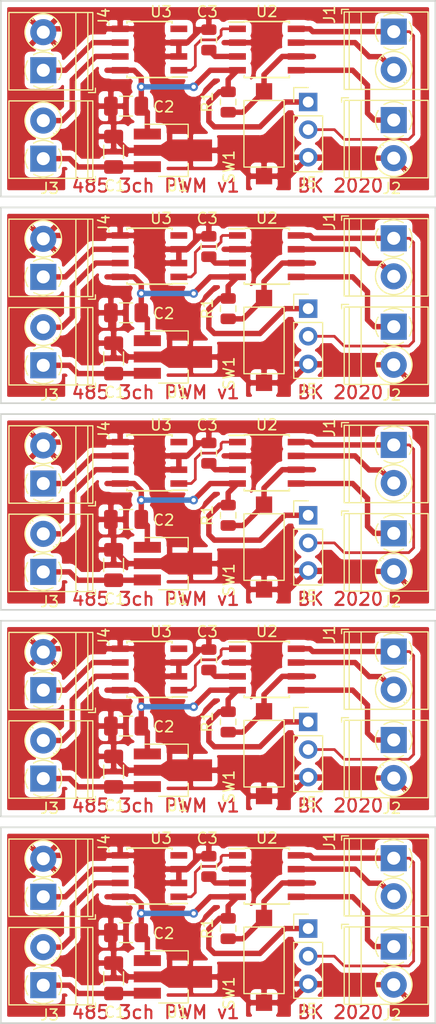
<source format=kicad_pcb>
(kicad_pcb (version 20171130) (host pcbnew 5.0.2-bee76a0~70~ubuntu16.04.1)
  (layers (0 F.Cu signal) (31 B.Cu signal) (34 B.Paste user) (35 F.Paste user) (36 B.SilkS user) (37 F.SilkS user) (38 B.Mask user) (39 F.Mask user) (44 Edge.Cuts user))
  (net 0 "")
  (net 1 GND)
  (net 2 VCC)
  (net 3 +5V)
  (net 4 "Net-(C3-Pad1)")
  (net 5 /PWM1)
  (net 6 /SWIM_PWM2)
  (net 7 /BTN)
  (net 8 /PWM3)
  (net 9 /485_Rx)
  (net 10 /A)
  (net 11 /B)
  (module KiCad/kicad-footprints/TerminalBlock_Phoenix.pretty:TerminalBlock_Phoenix_PT-1,5-2-3.5-H_1x02_P3.50mm_Horizontal (layer F.Cu) (at 33.909 116.513 90)
    (fp_text reference J3 (at -2.737 0.591 180) (layer F.SilkS))
    (fp_text value In1)
    (pad 2 thru_hole circle (at 3.5 0 90) (size 2.4 2.4) (drill 1.2) (layers *.Cu *.Mask) (net 11 /B))
    (pad 1 thru_hole rect (at 0 0 90) (size 2.4 2.4) (drill 1.2) (layers *.Cu *.Mask) (net 2 VCC))
  )
  (module KiCad/kicad-footprints/Resistor_SMD.pretty:R_0805_2012Metric (layer F.Cu) (at 50.927 111.306 270)
    (fp_text reference R1 (at 0 1.927 270) (layer F.SilkS))
    (fp_text value 10K)
    (pad 2 smd roundrect (at 0.9375 0 270) (size 0.975 1.4) (layers F.Cu F.Paste F.Mask) (net 7 /BTN))
    (pad 1 smd roundrect (at -0.9375 0 270) (size 0.975 1.4) (layers F.Cu F.Paste F.Mask) (net 3 +5V))
  )
  (module KiCad/kicad-footprints/TerminalBlock_Phoenix.pretty:TerminalBlock_Phoenix_PT-1,5-2-3.5-H_1x02_P3.50mm_Horizontal (layer F.Cu) (at 66.167 112.965 270)
    (fp_text reference J2 (at 6.285 0.167) (layer F.SilkS))
    (fp_text value PWM2)
    (pad 1 thru_hole rect (at 0 0 270) (size 2.4 2.4) (drill 1.2) (layers *.Cu *.Mask) (net 8 /PWM3))
    (pad 2 thru_hole circle (at 3.5 0 270) (size 2.4 2.4) (drill 1.2) (layers *.Cu *.Mask) (net 1 GND))
  )
  (module KiCad/kicad-footprints/Package_SO.pretty:SOIC-8_3.9x4.9mm_P1.27mm (layer F.Cu) (at 43.688 106.48 180)
    (fp_text reference U3 (at -1.062 3.48 180) (layer F.SilkS))
    (fp_text value SP3485EN)
    (pad 8 smd rect (at 2.7 -1.905 180) (size 1.55 0.6) (layers F.Cu F.Paste F.Mask) (net 3 +5V))
    (pad 7 smd rect (at 2.7 -0.635 180) (size 1.55 0.6) (layers F.Cu F.Paste F.Mask) (net 11 /B))
    (pad 6 smd rect (at 2.7 0.635 180) (size 1.55 0.6) (layers F.Cu F.Paste F.Mask) (net 10 /A))
    (pad 5 smd rect (at 2.7 1.905 180) (size 1.55 0.6) (layers F.Cu F.Paste F.Mask) (net 1 GND))
    (pad 4 smd rect (at -2.7 1.905 180) (size 1.55 0.6) (layers F.Cu F.Paste F.Mask))
    (pad 3 smd rect (at -2.7 0.635 180) (size 1.55 0.6) (layers F.Cu F.Paste F.Mask) (net 1 GND))
    (pad 2 smd rect (at -2.7 -0.635 180) (size 1.55 0.6) (layers F.Cu F.Paste F.Mask) (net 1 GND))
    (pad 1 smd rect (at -2.7 -1.905 180) (size 1.55 0.6) (layers F.Cu F.Paste F.Mask) (net 9 /485_Rx))
  )
  (module KiCad/kicad-footprints/Package_SO.pretty:SOIC-8_3.9x4.9mm_P1.27mm (layer F.Cu) (at 54.483 106.48)
    (fp_text reference U2 (at 0 -3.5) (layer F.SilkS))
    (fp_text value STM8S001J3M)
    (pad 1 smd rect (at -2.7 -1.905) (size 1.55 0.6) (layers F.Cu F.Paste F.Mask) (net 9 /485_Rx))
    (pad 2 smd rect (at -2.7 -0.635) (size 1.55 0.6) (layers F.Cu F.Paste F.Mask) (net 1 GND))
    (pad 3 smd rect (at -2.7 0.635) (size 1.55 0.6) (layers F.Cu F.Paste F.Mask) (net 4 "Net-(C3-Pad1)"))
    (pad 4 smd rect (at -2.7 1.905) (size 1.55 0.6) (layers F.Cu F.Paste F.Mask) (net 3 +5V))
    (pad 5 smd rect (at 2.7 1.905) (size 1.55 0.6) (layers F.Cu F.Paste F.Mask) (net 8 /PWM3))
    (pad 6 smd rect (at 2.7 0.635) (size 1.55 0.6) (layers F.Cu F.Paste F.Mask) (net 7 /BTN))
    (pad 7 smd rect (at 2.7 -0.635) (size 1.55 0.6) (layers F.Cu F.Paste F.Mask) (net 5 /PWM1))
    (pad 8 smd rect (at 2.7 -1.905) (size 1.55 0.6) (layers F.Cu F.Paste F.Mask) (net 6 /SWIM_PWM2))
  )
  (module KiCad/kicad-footprints/Connector_PinHeader_2.54mm.pretty:PinHeader_1x03_P2.54mm_Vertical (layer F.Cu) (at 58.293 111.306)
    (fp_text reference J5 (at -0.043 7.444) (layer F.SilkS))
    (fp_text value SWIM)
    (pad 3 thru_hole oval (at 0 5.08) (size 1.7 1.7) (drill 1) (layers *.Cu *.Mask) (net 1 GND))
    (pad 2 thru_hole oval (at 0 2.54) (size 1.7 1.7) (drill 1) (layers *.Cu *.Mask) (net 6 /SWIM_PWM2))
    (pad 1 thru_hole rect (at 0 0) (size 1.7 1.7) (drill 1) (layers *.Cu *.Mask) (net 3 +5V))
  )
  (module KiCad/kicad-footprints/Button_Switch_SMD.pretty:SW_SPST_CK_RS282G05A3 (layer F.Cu) (at 54.229 114.227 270)
    (fp_text reference SW1 (at 3.023 3.229 270) (layer F.SilkS))
    (fp_text value Sw)
    (pad 2 smd rect (at 3.9 0 270) (size 1.5 1.5) (layers F.Cu F.Paste F.Mask) (net 1 GND))
    (pad 1 smd rect (at -3.9 0 270) (size 1.5 1.5) (layers F.Cu F.Paste F.Mask) (net 7 /BTN))
  )
  (module KiCad/kicad-footprints/TerminalBlock_Phoenix.pretty:TerminalBlock_Phoenix_PT-1,5-2-3.5-H_1x02_P3.50mm_Horizontal (layer F.Cu) (at 66.167 104.837 270)
    (fp_text reference J1 (at -1.587 5.917 270) (layer F.SilkS))
    (fp_text value PWM1)
    (pad 2 thru_hole circle (at 3.5 0 270) (size 2.4 2.4) (drill 1.2) (layers *.Cu *.Mask) (net 5 /PWM1))
    (pad 1 thru_hole rect (at 0 0 270) (size 2.4 2.4) (drill 1.2) (layers *.Cu *.Mask) (net 6 /SWIM_PWM2))
  )
  (module KiCad/kicad-footprints/Capacitor_SMD.pretty:C_1206_3216Metric (layer F.Cu) (at 41.529 111.687 180)
    (fp_text reference C2 (at -3.471 -0.063 180) (layer F.SilkS))
    (fp_text value 10u)
    (pad 2 smd roundrect (at 1.4 0 180) (size 1.25 1.75) (layers F.Cu F.Paste F.Mask) (roundrect_rratio 0.2) (net 1 GND))
    (pad 1 smd roundrect (at -1.4 0 180) (size 1.25 1.75) (layers F.Cu F.Paste F.Mask) (roundrect_rratio 0.2) (net 3 +5V))
  )
  (module KiCad/kicad-footprints/Capacitor_SMD.pretty:C_1206_3216Metric (layer F.Cu) (at 40.386 115.878 90)
    (fp_text reference C1 (at -3.122 0.114 180) (layer F.SilkS))
    (fp_text value 10u)
    (pad 1 smd roundrect (at -1.4 0 90) (size 1.25 1.75) (layers F.Cu F.Paste F.Mask) (roundrect_rratio 0.2) (net 2 VCC))
    (pad 2 smd roundrect (at 1.4 0 90) (size 1.25 1.75) (layers F.Cu F.Paste F.Mask) (roundrect_rratio 0.2) (net 1 GND))
  )
  (module KiCad/kicad-footprints/Package_TO_SOT_SMD.pretty:SOT-89-3_Handsoldering (layer F.Cu) (at 45.466 115.751)
    (fp_text reference U1 (at 0.784 3.249) (layer F.SilkS))
    (fp_text value L78L05_SOT89)
    (pad 2 smd trapezoid (at -0.37 0 90) (size 1.5 0.75) (rect_delta 0 0.5) (layers F.Cu F.Paste F.Mask) (net 1 GND))
    (pad 2 smd rect (at 1.98 0 270) (size 2 4) (layers F.Cu F.Paste F.Mask) (net 1 GND))
    (pad 3 smd rect (at -1.98 1.5 270) (size 1 2.5) (layers F.Cu F.Paste F.Mask) (net 2 VCC))
    (pad 2 smd rect (at -1.98 0 270) (size 1 2.5) (layers F.Cu F.Paste F.Mask) (net 1 GND))
    (pad 1 smd rect (at -1.98 -1.5 270) (size 1 2.5) (layers F.Cu F.Paste F.Mask) (net 3 +5V))
  )
  (module KiCad/kicad-footprints/TerminalBlock_Phoenix.pretty:TerminalBlock_Phoenix_PT-1,5-2-3.5-H_1x02_P3.50mm_Horizontal (layer F.Cu) (at 33.909 108.385 90)
    (fp_text reference J4 (at 4.885 5.591 90) (layer F.SilkS))
    (fp_text value In2)
    (pad 1 thru_hole rect (at 0 0 90) (size 2.4 2.4) (drill 1.2) (layers *.Cu *.Mask) (net 10 /A))
    (pad 2 thru_hole circle (at 3.5 0 90) (size 2.4 2.4) (drill 1.2) (layers *.Cu *.Mask) (net 1 GND))
  )
  (module KiCad/kicad-footprints/Capacitor_SMD.pretty:C_0805_2012Metric (layer F.Cu) (at 49.149 105.591 90)
    (fp_text reference C3 (at 2.591 -0.149 180) (layer F.SilkS))
    (fp_text value 1u)
    (pad 2 smd roundrect (at 0.9375 0 90) (size 0.975 1.4) (layers F.Cu F.Paste F.Mask) (net 1 GND))
    (pad 1 smd roundrect (at -0.9375 0 90) (size 0.975 1.4) (layers F.Cu F.Paste F.Mask) (net 4 "Net-(C3-Pad1)"))
  )
  (module KiCad/kicad-footprints/TerminalBlock_Phoenix.pretty:TerminalBlock_Phoenix_PT-1,5-2-3.5-H_1x02_P3.50mm_Horizontal (layer F.Cu) (at 66.167 85.837 270)
    (fp_text reference J1 (at -1.587 5.917 270) (layer F.SilkS))
    (fp_text value PWM1)
    (pad 1 thru_hole rect (at 0 0 270) (size 2.4 2.4) (drill 1.2) (layers *.Cu *.Mask) (net 6 /SWIM_PWM2))
    (pad 2 thru_hole circle (at 3.5 0 270) (size 2.4 2.4) (drill 1.2) (layers *.Cu *.Mask) (net 5 /PWM1))
  )
  (module KiCad/kicad-footprints/TerminalBlock_Phoenix.pretty:TerminalBlock_Phoenix_PT-1,5-2-3.5-H_1x02_P3.50mm_Horizontal (layer F.Cu) (at 33.909 78.513 90)
    (fp_text reference J3 (at -2.737 0.591 180) (layer F.SilkS))
    (fp_text value In1)
    (pad 2 thru_hole circle (at 3.5 0 90) (size 2.4 2.4) (drill 1.2) (layers *.Cu *.Mask) (net 11 /B))
    (pad 1 thru_hole rect (at 0 0 90) (size 2.4 2.4) (drill 1.2) (layers *.Cu *.Mask) (net 2 VCC))
  )
  (module KiCad/kicad-footprints/Capacitor_SMD.pretty:C_1206_3216Metric (layer F.Cu) (at 41.529 92.687 180)
    (fp_text reference C2 (at -3.471 -0.063 180) (layer F.SilkS))
    (fp_text value 10u)
    (pad 1 smd roundrect (at -1.4 0 180) (size 1.25 1.75) (layers F.Cu F.Paste F.Mask) (roundrect_rratio 0.2) (net 3 +5V))
    (pad 2 smd roundrect (at 1.4 0 180) (size 1.25 1.75) (layers F.Cu F.Paste F.Mask) (roundrect_rratio 0.2) (net 1 GND))
  )
  (module KiCad/kicad-footprints/TerminalBlock_Phoenix.pretty:TerminalBlock_Phoenix_PT-1,5-2-3.5-H_1x02_P3.50mm_Horizontal (layer F.Cu) (at 33.909 97.513 90)
    (fp_text reference J3 (at -2.737 0.591 180) (layer F.SilkS))
    (fp_text value In1)
    (pad 1 thru_hole rect (at 0 0 90) (size 2.4 2.4) (drill 1.2) (layers *.Cu *.Mask) (net 2 VCC))
    (pad 2 thru_hole circle (at 3.5 0 90) (size 2.4 2.4) (drill 1.2) (layers *.Cu *.Mask) (net 11 /B))
  )
  (module KiCad/kicad-footprints/Resistor_SMD.pretty:R_0805_2012Metric (layer F.Cu) (at 50.927 73.306 270)
    (fp_text reference R1 (at 0 1.927 270) (layer F.SilkS))
    (fp_text value 10K)
    (pad 2 smd roundrect (at 0.9375 0 270) (size 0.975 1.4) (layers F.Cu F.Paste F.Mask) (net 7 /BTN))
    (pad 1 smd roundrect (at -0.9375 0 270) (size 0.975 1.4) (layers F.Cu F.Paste F.Mask) (net 3 +5V))
  )
  (module KiCad/kicad-footprints/Package_SO.pretty:SOIC-8_3.9x4.9mm_P1.27mm (layer F.Cu) (at 43.688 87.48 180)
    (fp_text reference U3 (at -1.062 3.48 180) (layer F.SilkS))
    (fp_text value SP3485EN)
    (pad 1 smd rect (at -2.7 -1.905 180) (size 1.55 0.6) (layers F.Cu F.Paste F.Mask) (net 9 /485_Rx))
    (pad 2 smd rect (at -2.7 -0.635 180) (size 1.55 0.6) (layers F.Cu F.Paste F.Mask) (net 1 GND))
    (pad 3 smd rect (at -2.7 0.635 180) (size 1.55 0.6) (layers F.Cu F.Paste F.Mask) (net 1 GND))
    (pad 4 smd rect (at -2.7 1.905 180) (size 1.55 0.6) (layers F.Cu F.Paste F.Mask))
    (pad 5 smd rect (at 2.7 1.905 180) (size 1.55 0.6) (layers F.Cu F.Paste F.Mask) (net 1 GND))
    (pad 6 smd rect (at 2.7 0.635 180) (size 1.55 0.6) (layers F.Cu F.Paste F.Mask) (net 10 /A))
    (pad 7 smd rect (at 2.7 -0.635 180) (size 1.55 0.6) (layers F.Cu F.Paste F.Mask) (net 11 /B))
    (pad 8 smd rect (at 2.7 -1.905 180) (size 1.55 0.6) (layers F.Cu F.Paste F.Mask) (net 3 +5V))
  )
  (module KiCad/kicad-footprints/TerminalBlock_Phoenix.pretty:TerminalBlock_Phoenix_PT-1,5-2-3.5-H_1x02_P3.50mm_Horizontal (layer F.Cu) (at 66.167 74.965 270)
    (fp_text reference J2 (at 6.285 0.167) (layer F.SilkS))
    (fp_text value PWM2)
    (pad 1 thru_hole rect (at 0 0 270) (size 2.4 2.4) (drill 1.2) (layers *.Cu *.Mask) (net 8 /PWM3))
    (pad 2 thru_hole circle (at 3.5 0 270) (size 2.4 2.4) (drill 1.2) (layers *.Cu *.Mask) (net 1 GND))
  )
  (module KiCad/kicad-footprints/Package_SO.pretty:SOIC-8_3.9x4.9mm_P1.27mm (layer F.Cu) (at 43.688 68.48 180)
    (fp_text reference U3 (at -1.062 3.48 180) (layer F.SilkS))
    (fp_text value SP3485EN)
    (pad 8 smd rect (at 2.7 -1.905 180) (size 1.55 0.6) (layers F.Cu F.Paste F.Mask) (net 3 +5V))
    (pad 7 smd rect (at 2.7 -0.635 180) (size 1.55 0.6) (layers F.Cu F.Paste F.Mask) (net 11 /B))
    (pad 6 smd rect (at 2.7 0.635 180) (size 1.55 0.6) (layers F.Cu F.Paste F.Mask) (net 10 /A))
    (pad 5 smd rect (at 2.7 1.905 180) (size 1.55 0.6) (layers F.Cu F.Paste F.Mask) (net 1 GND))
    (pad 4 smd rect (at -2.7 1.905 180) (size 1.55 0.6) (layers F.Cu F.Paste F.Mask))
    (pad 3 smd rect (at -2.7 0.635 180) (size 1.55 0.6) (layers F.Cu F.Paste F.Mask) (net 1 GND))
    (pad 2 smd rect (at -2.7 -0.635 180) (size 1.55 0.6) (layers F.Cu F.Paste F.Mask) (net 1 GND))
    (pad 1 smd rect (at -2.7 -1.905 180) (size 1.55 0.6) (layers F.Cu F.Paste F.Mask) (net 9 /485_Rx))
  )
  (module KiCad/kicad-footprints/Capacitor_SMD.pretty:C_1206_3216Metric (layer F.Cu) (at 40.386 96.878 90)
    (fp_text reference C1 (at -3.122 0.114 180) (layer F.SilkS))
    (fp_text value 10u)
    (pad 2 smd roundrect (at 1.4 0 90) (size 1.25 1.75) (layers F.Cu F.Paste F.Mask) (roundrect_rratio 0.2) (net 1 GND))
    (pad 1 smd roundrect (at -1.4 0 90) (size 1.25 1.75) (layers F.Cu F.Paste F.Mask) (roundrect_rratio 0.2) (net 2 VCC))
  )
  (module KiCad/kicad-footprints/Package_SO.pretty:SOIC-8_3.9x4.9mm_P1.27mm (layer F.Cu) (at 54.483 68.48)
    (fp_text reference U2 (at 0 -3.5) (layer F.SilkS))
    (fp_text value STM8S001J3M)
    (pad 1 smd rect (at -2.7 -1.905) (size 1.55 0.6) (layers F.Cu F.Paste F.Mask) (net 9 /485_Rx))
    (pad 2 smd rect (at -2.7 -0.635) (size 1.55 0.6) (layers F.Cu F.Paste F.Mask) (net 1 GND))
    (pad 3 smd rect (at -2.7 0.635) (size 1.55 0.6) (layers F.Cu F.Paste F.Mask) (net 4 "Net-(C3-Pad1)"))
    (pad 4 smd rect (at -2.7 1.905) (size 1.55 0.6) (layers F.Cu F.Paste F.Mask) (net 3 +5V))
    (pad 5 smd rect (at 2.7 1.905) (size 1.55 0.6) (layers F.Cu F.Paste F.Mask) (net 8 /PWM3))
    (pad 6 smd rect (at 2.7 0.635) (size 1.55 0.6) (layers F.Cu F.Paste F.Mask) (net 7 /BTN))
    (pad 7 smd rect (at 2.7 -0.635) (size 1.55 0.6) (layers F.Cu F.Paste F.Mask) (net 5 /PWM1))
    (pad 8 smd rect (at 2.7 -1.905) (size 1.55 0.6) (layers F.Cu F.Paste F.Mask) (net 6 /SWIM_PWM2))
  )
  (module KiCad/kicad-footprints/TerminalBlock_Phoenix.pretty:TerminalBlock_Phoenix_PT-1,5-2-3.5-H_1x02_P3.50mm_Horizontal (layer F.Cu) (at 66.167 93.965 270)
    (fp_text reference J2 (at 6.285 0.167) (layer F.SilkS))
    (fp_text value PWM2)
    (pad 2 thru_hole circle (at 3.5 0 270) (size 2.4 2.4) (drill 1.2) (layers *.Cu *.Mask) (net 1 GND))
    (pad 1 thru_hole rect (at 0 0 270) (size 2.4 2.4) (drill 1.2) (layers *.Cu *.Mask) (net 8 /PWM3))
  )
  (module KiCad/kicad-footprints/Connector_PinHeader_2.54mm.pretty:PinHeader_1x03_P2.54mm_Vertical (layer F.Cu) (at 58.293 73.306)
    (fp_text reference J5 (at -0.043 7.444) (layer F.SilkS))
    (fp_text value SWIM)
    (pad 3 thru_hole oval (at 0 5.08) (size 1.7 1.7) (drill 1) (layers *.Cu *.Mask) (net 1 GND))
    (pad 2 thru_hole oval (at 0 2.54) (size 1.7 1.7) (drill 1) (layers *.Cu *.Mask) (net 6 /SWIM_PWM2))
    (pad 1 thru_hole rect (at 0 0) (size 1.7 1.7) (drill 1) (layers *.Cu *.Mask) (net 3 +5V))
  )
  (module KiCad/kicad-footprints/Button_Switch_SMD.pretty:SW_SPST_CK_RS282G05A3 (layer F.Cu) (at 54.229 95.227 270)
    (fp_text reference SW1 (at 3.023 3.229 270) (layer F.SilkS))
    (fp_text value Sw)
    (pad 1 smd rect (at -3.9 0 270) (size 1.5 1.5) (layers F.Cu F.Paste F.Mask) (net 7 /BTN))
    (pad 2 smd rect (at 3.9 0 270) (size 1.5 1.5) (layers F.Cu F.Paste F.Mask) (net 1 GND))
  )
  (module KiCad/kicad-footprints/Capacitor_SMD.pretty:C_0805_2012Metric (layer F.Cu) (at 49.149 86.591 90)
    (fp_text reference C3 (at 2.591 -0.149 180) (layer F.SilkS))
    (fp_text value 1u)
    (pad 1 smd roundrect (at -0.9375 0 90) (size 0.975 1.4) (layers F.Cu F.Paste F.Mask) (net 4 "Net-(C3-Pad1)"))
    (pad 2 smd roundrect (at 0.9375 0 90) (size 0.975 1.4) (layers F.Cu F.Paste F.Mask) (net 1 GND))
  )
  (module KiCad/kicad-footprints/Package_TO_SOT_SMD.pretty:SOT-89-3_Handsoldering (layer F.Cu) (at 45.466 96.751)
    (fp_text reference U1 (at 0.784 3.249) (layer F.SilkS))
    (fp_text value L78L05_SOT89)
    (pad 1 smd rect (at -1.98 -1.5 270) (size 1 2.5) (layers F.Cu F.Paste F.Mask) (net 3 +5V))
    (pad 2 smd rect (at -1.98 0 270) (size 1 2.5) (layers F.Cu F.Paste F.Mask) (net 1 GND))
    (pad 3 smd rect (at -1.98 1.5 270) (size 1 2.5) (layers F.Cu F.Paste F.Mask) (net 2 VCC))
    (pad 2 smd rect (at 1.98 0 270) (size 2 4) (layers F.Cu F.Paste F.Mask) (net 1 GND))
    (pad 2 smd trapezoid (at -0.37 0 90) (size 1.5 0.75) (rect_delta 0 0.5) (layers F.Cu F.Paste F.Mask) (net 1 GND))
  )
  (module KiCad/kicad-footprints/Button_Switch_SMD.pretty:SW_SPST_CK_RS282G05A3 (layer F.Cu) (at 54.229 76.227 270)
    (fp_text reference SW1 (at 3.023 3.229 270) (layer F.SilkS))
    (fp_text value Sw)
    (pad 2 smd rect (at 3.9 0 270) (size 1.5 1.5) (layers F.Cu F.Paste F.Mask) (net 1 GND))
    (pad 1 smd rect (at -3.9 0 270) (size 1.5 1.5) (layers F.Cu F.Paste F.Mask) (net 7 /BTN))
  )
  (module KiCad/kicad-footprints/TerminalBlock_Phoenix.pretty:TerminalBlock_Phoenix_PT-1,5-2-3.5-H_1x02_P3.50mm_Horizontal (layer F.Cu) (at 66.167 66.837 270)
    (fp_text reference J1 (at -1.587 5.917 270) (layer F.SilkS))
    (fp_text value PWM1)
    (pad 2 thru_hole circle (at 3.5 0 270) (size 2.4 2.4) (drill 1.2) (layers *.Cu *.Mask) (net 5 /PWM1))
    (pad 1 thru_hole rect (at 0 0 270) (size 2.4 2.4) (drill 1.2) (layers *.Cu *.Mask) (net 6 /SWIM_PWM2))
  )
  (module KiCad/kicad-footprints/Resistor_SMD.pretty:R_0805_2012Metric (layer F.Cu) (at 50.927 92.306 270)
    (fp_text reference R1 (at 0 1.927 270) (layer F.SilkS))
    (fp_text value 10K)
    (pad 1 smd roundrect (at -0.9375 0 270) (size 0.975 1.4) (layers F.Cu F.Paste F.Mask) (net 3 +5V))
    (pad 2 smd roundrect (at 0.9375 0 270) (size 0.975 1.4) (layers F.Cu F.Paste F.Mask) (net 7 /BTN))
  )
  (module KiCad/kicad-footprints/TerminalBlock_Phoenix.pretty:TerminalBlock_Phoenix_PT-1,5-2-3.5-H_1x02_P3.50mm_Horizontal (layer F.Cu) (at 33.909 89.385 90)
    (fp_text reference J4 (at 4.885 5.591 90) (layer F.SilkS))
    (fp_text value In2)
    (pad 2 thru_hole circle (at 3.5 0 90) (size 2.4 2.4) (drill 1.2) (layers *.Cu *.Mask) (net 1 GND))
    (pad 1 thru_hole rect (at 0 0 90) (size 2.4 2.4) (drill 1.2) (layers *.Cu *.Mask) (net 10 /A))
  )
  (module KiCad/kicad-footprints/Capacitor_SMD.pretty:C_1206_3216Metric (layer F.Cu) (at 41.529 73.687 180)
    (fp_text reference C2 (at -3.471 -0.063 180) (layer F.SilkS))
    (fp_text value 10u)
    (pad 2 smd roundrect (at 1.4 0 180) (size 1.25 1.75) (layers F.Cu F.Paste F.Mask) (roundrect_rratio 0.2) (net 1 GND))
    (pad 1 smd roundrect (at -1.4 0 180) (size 1.25 1.75) (layers F.Cu F.Paste F.Mask) (roundrect_rratio 0.2) (net 3 +5V))
  )
  (module KiCad/kicad-footprints/Package_SO.pretty:SOIC-8_3.9x4.9mm_P1.27mm (layer F.Cu) (at 54.483 87.48)
    (fp_text reference U2 (at 0 -3.5) (layer F.SilkS))
    (fp_text value STM8S001J3M)
    (pad 8 smd rect (at 2.7 -1.905) (size 1.55 0.6) (layers F.Cu F.Paste F.Mask) (net 6 /SWIM_PWM2))
    (pad 7 smd rect (at 2.7 -0.635) (size 1.55 0.6) (layers F.Cu F.Paste F.Mask) (net 5 /PWM1))
    (pad 6 smd rect (at 2.7 0.635) (size 1.55 0.6) (layers F.Cu F.Paste F.Mask) (net 7 /BTN))
    (pad 5 smd rect (at 2.7 1.905) (size 1.55 0.6) (layers F.Cu F.Paste F.Mask) (net 8 /PWM3))
    (pad 4 smd rect (at -2.7 1.905) (size 1.55 0.6) (layers F.Cu F.Paste F.Mask) (net 3 +5V))
    (pad 3 smd rect (at -2.7 0.635) (size 1.55 0.6) (layers F.Cu F.Paste F.Mask) (net 4 "Net-(C3-Pad1)"))
    (pad 2 smd rect (at -2.7 -0.635) (size 1.55 0.6) (layers F.Cu F.Paste F.Mask) (net 1 GND))
    (pad 1 smd rect (at -2.7 -1.905) (size 1.55 0.6) (layers F.Cu F.Paste F.Mask) (net 9 /485_Rx))
  )
  (module KiCad/kicad-footprints/Connector_PinHeader_2.54mm.pretty:PinHeader_1x03_P2.54mm_Vertical (layer F.Cu) (at 58.293 92.306)
    (fp_text reference J5 (at -0.043 7.444) (layer F.SilkS))
    (fp_text value SWIM)
    (pad 1 thru_hole rect (at 0 0) (size 1.7 1.7) (drill 1) (layers *.Cu *.Mask) (net 3 +5V))
    (pad 2 thru_hole oval (at 0 2.54) (size 1.7 1.7) (drill 1) (layers *.Cu *.Mask) (net 6 /SWIM_PWM2))
    (pad 3 thru_hole oval (at 0 5.08) (size 1.7 1.7) (drill 1) (layers *.Cu *.Mask) (net 1 GND))
  )
  (module KiCad/kicad-footprints/Capacitor_SMD.pretty:C_1206_3216Metric (layer F.Cu) (at 40.386 77.878 90)
    (fp_text reference C1 (at -3.122 0.114 180) (layer F.SilkS))
    (fp_text value 10u)
    (pad 1 smd roundrect (at -1.4 0 90) (size 1.25 1.75) (layers F.Cu F.Paste F.Mask) (roundrect_rratio 0.2) (net 2 VCC))
    (pad 2 smd roundrect (at 1.4 0 90) (size 1.25 1.75) (layers F.Cu F.Paste F.Mask) (roundrect_rratio 0.2) (net 1 GND))
  )
  (module KiCad/kicad-footprints/Package_TO_SOT_SMD.pretty:SOT-89-3_Handsoldering (layer F.Cu) (at 45.466 77.751)
    (fp_text reference U1 (at 0.784 3.249) (layer F.SilkS))
    (fp_text value L78L05_SOT89)
    (pad 2 smd trapezoid (at -0.37 0 90) (size 1.5 0.75) (rect_delta 0 0.5) (layers F.Cu F.Paste F.Mask) (net 1 GND))
    (pad 2 smd rect (at 1.98 0 270) (size 2 4) (layers F.Cu F.Paste F.Mask) (net 1 GND))
    (pad 3 smd rect (at -1.98 1.5 270) (size 1 2.5) (layers F.Cu F.Paste F.Mask) (net 2 VCC))
    (pad 2 smd rect (at -1.98 0 270) (size 1 2.5) (layers F.Cu F.Paste F.Mask) (net 1 GND))
    (pad 1 smd rect (at -1.98 -1.5 270) (size 1 2.5) (layers F.Cu F.Paste F.Mask) (net 3 +5V))
  )
  (module KiCad/kicad-footprints/TerminalBlock_Phoenix.pretty:TerminalBlock_Phoenix_PT-1,5-2-3.5-H_1x02_P3.50mm_Horizontal (layer F.Cu) (at 33.909 70.385 90)
    (fp_text reference J4 (at 4.885 5.591 90) (layer F.SilkS))
    (fp_text value In2)
    (pad 1 thru_hole rect (at 0 0 90) (size 2.4 2.4) (drill 1.2) (layers *.Cu *.Mask) (net 10 /A))
    (pad 2 thru_hole circle (at 3.5 0 90) (size 2.4 2.4) (drill 1.2) (layers *.Cu *.Mask) (net 1 GND))
  )
  (module KiCad/kicad-footprints/Capacitor_SMD.pretty:C_0805_2012Metric (layer F.Cu) (at 49.149 67.591 90)
    (fp_text reference C3 (at 2.591 -0.149 180) (layer F.SilkS))
    (fp_text value 1u)
    (pad 2 smd roundrect (at 0.9375 0 90) (size 0.975 1.4) (layers F.Cu F.Paste F.Mask) (net 1 GND))
    (pad 1 smd roundrect (at -0.9375 0 90) (size 0.975 1.4) (layers F.Cu F.Paste F.Mask) (net 4 "Net-(C3-Pad1)"))
  )
  (module KiCad/kicad-footprints/TerminalBlock_Phoenix.pretty:TerminalBlock_Phoenix_PT-1,5-2-3.5-H_1x02_P3.50mm_Horizontal (layer F.Cu) (at 33.909 59.513 90)
    (fp_text reference J3 (at -2.737 0.591 180) (layer F.SilkS))
    (fp_text value In1)
    (pad 2 thru_hole circle (at 3.5 0 90) (size 2.4 2.4) (drill 1.2) (layers *.Cu *.Mask) (net 11 /B))
    (pad 1 thru_hole rect (at 0 0 90) (size 2.4 2.4) (drill 1.2) (layers *.Cu *.Mask) (net 2 VCC))
  )
  (module KiCad/kicad-footprints/Resistor_SMD.pretty:R_0805_2012Metric (layer F.Cu) (at 50.927 54.306 270)
    (fp_text reference R1 (at 0 1.927 270) (layer F.SilkS))
    (fp_text value 10K)
    (pad 2 smd roundrect (at 0.9375 0 270) (size 0.975 1.4) (layers F.Cu F.Paste F.Mask) (net 7 /BTN))
    (pad 1 smd roundrect (at -0.9375 0 270) (size 0.975 1.4) (layers F.Cu F.Paste F.Mask) (net 3 +5V))
  )
  (module KiCad/kicad-footprints/TerminalBlock_Phoenix.pretty:TerminalBlock_Phoenix_PT-1,5-2-3.5-H_1x02_P3.50mm_Horizontal (layer F.Cu) (at 66.167 55.965 270)
    (fp_text reference J2 (at 6.285 0.167) (layer F.SilkS))
    (fp_text value PWM2)
    (pad 1 thru_hole rect (at 0 0 270) (size 2.4 2.4) (drill 1.2) (layers *.Cu *.Mask) (net 8 /PWM3))
    (pad 2 thru_hole circle (at 3.5 0 270) (size 2.4 2.4) (drill 1.2) (layers *.Cu *.Mask) (net 1 GND))
  )
  (module KiCad/kicad-footprints/Package_SO.pretty:SOIC-8_3.9x4.9mm_P1.27mm (layer F.Cu) (at 43.688 49.48 180)
    (fp_text reference U3 (at -1.062 3.48 180) (layer F.SilkS))
    (fp_text value SP3485EN)
    (pad 8 smd rect (at 2.7 -1.905 180) (size 1.55 0.6) (layers F.Cu F.Paste F.Mask) (net 3 +5V))
    (pad 7 smd rect (at 2.7 -0.635 180) (size 1.55 0.6) (layers F.Cu F.Paste F.Mask) (net 11 /B))
    (pad 6 smd rect (at 2.7 0.635 180) (size 1.55 0.6) (layers F.Cu F.Paste F.Mask) (net 10 /A))
    (pad 5 smd rect (at 2.7 1.905 180) (size 1.55 0.6) (layers F.Cu F.Paste F.Mask) (net 1 GND))
    (pad 4 smd rect (at -2.7 1.905 180) (size 1.55 0.6) (layers F.Cu F.Paste F.Mask))
    (pad 3 smd rect (at -2.7 0.635 180) (size 1.55 0.6) (layers F.Cu F.Paste F.Mask) (net 1 GND))
    (pad 2 smd rect (at -2.7 -0.635 180) (size 1.55 0.6) (layers F.Cu F.Paste F.Mask) (net 1 GND))
    (pad 1 smd rect (at -2.7 -1.905 180) (size 1.55 0.6) (layers F.Cu F.Paste F.Mask) (net 9 /485_Rx))
  )
  (module KiCad/kicad-footprints/Package_SO.pretty:SOIC-8_3.9x4.9mm_P1.27mm (layer F.Cu) (at 54.483 49.48)
    (fp_text reference U2 (at 0 -3.5) (layer F.SilkS))
    (fp_text value STM8S001J3M)
    (pad 1 smd rect (at -2.7 -1.905) (size 1.55 0.6) (layers F.Cu F.Paste F.Mask) (net 9 /485_Rx))
    (pad 2 smd rect (at -2.7 -0.635) (size 1.55 0.6) (layers F.Cu F.Paste F.Mask) (net 1 GND))
    (pad 3 smd rect (at -2.7 0.635) (size 1.55 0.6) (layers F.Cu F.Paste F.Mask) (net 4 "Net-(C3-Pad1)"))
    (pad 4 smd rect (at -2.7 1.905) (size 1.55 0.6) (layers F.Cu F.Paste F.Mask) (net 3 +5V))
    (pad 5 smd rect (at 2.7 1.905) (size 1.55 0.6) (layers F.Cu F.Paste F.Mask) (net 8 /PWM3))
    (pad 6 smd rect (at 2.7 0.635) (size 1.55 0.6) (layers F.Cu F.Paste F.Mask) (net 7 /BTN))
    (pad 7 smd rect (at 2.7 -0.635) (size 1.55 0.6) (layers F.Cu F.Paste F.Mask) (net 5 /PWM1))
    (pad 8 smd rect (at 2.7 -1.905) (size 1.55 0.6) (layers F.Cu F.Paste F.Mask) (net 6 /SWIM_PWM2))
  )
  (module KiCad/kicad-footprints/Connector_PinHeader_2.54mm.pretty:PinHeader_1x03_P2.54mm_Vertical (layer F.Cu) (at 58.293 54.306)
    (fp_text reference J5 (at -0.043 7.444) (layer F.SilkS))
    (fp_text value SWIM)
    (pad 3 thru_hole oval (at 0 5.08) (size 1.7 1.7) (drill 1) (layers *.Cu *.Mask) (net 1 GND))
    (pad 2 thru_hole oval (at 0 2.54) (size 1.7 1.7) (drill 1) (layers *.Cu *.Mask) (net 6 /SWIM_PWM2))
    (pad 1 thru_hole rect (at 0 0) (size 1.7 1.7) (drill 1) (layers *.Cu *.Mask) (net 3 +5V))
  )
  (module KiCad/kicad-footprints/Button_Switch_SMD.pretty:SW_SPST_CK_RS282G05A3 (layer F.Cu) (at 54.229 57.227 270)
    (fp_text reference SW1 (at 3.023 3.229 270) (layer F.SilkS))
    (fp_text value Sw)
    (pad 2 smd rect (at 3.9 0 270) (size 1.5 1.5) (layers F.Cu F.Paste F.Mask) (net 1 GND))
    (pad 1 smd rect (at -3.9 0 270) (size 1.5 1.5) (layers F.Cu F.Paste F.Mask) (net 7 /BTN))
  )
  (module KiCad/kicad-footprints/TerminalBlock_Phoenix.pretty:TerminalBlock_Phoenix_PT-1,5-2-3.5-H_1x02_P3.50mm_Horizontal (layer F.Cu) (at 66.167 47.837 270)
    (fp_text reference J1 (at -1.587 5.917 270) (layer F.SilkS))
    (fp_text value PWM1)
    (pad 2 thru_hole circle (at 3.5 0 270) (size 2.4 2.4) (drill 1.2) (layers *.Cu *.Mask) (net 5 /PWM1))
    (pad 1 thru_hole rect (at 0 0 270) (size 2.4 2.4) (drill 1.2) (layers *.Cu *.Mask) (net 6 /SWIM_PWM2))
  )
  (module KiCad/kicad-footprints/Capacitor_SMD.pretty:C_1206_3216Metric (layer F.Cu) (at 41.529 54.687 180)
    (fp_text reference C2 (at -3.471 -0.063 180) (layer F.SilkS))
    (fp_text value 10u)
    (pad 2 smd roundrect (at 1.4 0 180) (size 1.25 1.75) (layers F.Cu F.Paste F.Mask) (roundrect_rratio 0.2) (net 1 GND))
    (pad 1 smd roundrect (at -1.4 0 180) (size 1.25 1.75) (layers F.Cu F.Paste F.Mask) (roundrect_rratio 0.2) (net 3 +5V))
  )
  (module KiCad/kicad-footprints/Capacitor_SMD.pretty:C_1206_3216Metric (layer F.Cu) (at 40.386 58.878 90)
    (fp_text reference C1 (at -3.122 0.114 180) (layer F.SilkS))
    (fp_text value 10u)
    (pad 1 smd roundrect (at -1.4 0 90) (size 1.25 1.75) (layers F.Cu F.Paste F.Mask) (roundrect_rratio 0.2) (net 2 VCC))
    (pad 2 smd roundrect (at 1.4 0 90) (size 1.25 1.75) (layers F.Cu F.Paste F.Mask) (roundrect_rratio 0.2) (net 1 GND))
  )
  (module KiCad/kicad-footprints/Package_TO_SOT_SMD.pretty:SOT-89-3_Handsoldering (layer F.Cu) (at 45.466 58.751)
    (fp_text reference U1 (at 0.784 3.249) (layer F.SilkS))
    (fp_text value L78L05_SOT89)
    (pad 2 smd trapezoid (at -0.37 0 90) (size 1.5 0.75) (rect_delta 0 0.5) (layers F.Cu F.Paste F.Mask) (net 1 GND))
    (pad 2 smd rect (at 1.98 0 270) (size 2 4) (layers F.Cu F.Paste F.Mask) (net 1 GND))
    (pad 3 smd rect (at -1.98 1.5 270) (size 1 2.5) (layers F.Cu F.Paste F.Mask) (net 2 VCC))
    (pad 2 smd rect (at -1.98 0 270) (size 1 2.5) (layers F.Cu F.Paste F.Mask) (net 1 GND))
    (pad 1 smd rect (at -1.98 -1.5 270) (size 1 2.5) (layers F.Cu F.Paste F.Mask) (net 3 +5V))
  )
  (module KiCad/kicad-footprints/TerminalBlock_Phoenix.pretty:TerminalBlock_Phoenix_PT-1,5-2-3.5-H_1x02_P3.50mm_Horizontal (layer F.Cu) (at 33.909 51.385 90)
    (fp_text reference J4 (at 4.885 5.591 90) (layer F.SilkS))
    (fp_text value In2)
    (pad 1 thru_hole rect (at 0 0 90) (size 2.4 2.4) (drill 1.2) (layers *.Cu *.Mask) (net 10 /A))
    (pad 2 thru_hole circle (at 3.5 0 90) (size 2.4 2.4) (drill 1.2) (layers *.Cu *.Mask) (net 1 GND))
  )
  (module KiCad/kicad-footprints/Capacitor_SMD.pretty:C_0805_2012Metric (layer F.Cu) (at 49.149 48.591 90)
    (fp_text reference C3 (at 2.591 -0.149 180) (layer F.SilkS))
    (fp_text value 1u)
    (pad 2 smd roundrect (at 0.9375 0 90) (size 0.975 1.4) (layers F.Cu F.Paste F.Mask) (net 1 GND))
    (pad 1 smd roundrect (at -0.9375 0 90) (size 0.975 1.4) (layers F.Cu F.Paste F.Mask) (net 4 "Net-(C3-Pad1)"))
  )
  (module KiCad/kicad-footprints/Capacitor_SMD.pretty:C_1206_3216Metric (layer F.Cu) (at 40.386 39.878 90)
    (fp_text reference C1 (at -3.122 0.114 180) (layer F.SilkS))
    (fp_text value 10u)
    (pad 2 smd roundrect (at 1.4 0 90) (size 1.25 1.75) (layers F.Cu F.Paste F.Mask) (roundrect_rratio 0.2) (net 1 GND))
    (pad 1 smd roundrect (at -1.4 0 90) (size 1.25 1.75) (layers F.Cu F.Paste F.Mask) (roundrect_rratio 0.2) (net 2 VCC))
  )
  (module KiCad/kicad-footprints/Capacitor_SMD.pretty:C_1206_3216Metric (layer F.Cu) (at 41.529 35.687 180)
    (fp_text reference C2 (at -3.471 -0.063 180) (layer F.SilkS))
    (fp_text value 10u)
    (pad 1 smd roundrect (at -1.4 0 180) (size 1.25 1.75) (layers F.Cu F.Paste F.Mask) (roundrect_rratio 0.2) (net 3 +5V))
    (pad 2 smd roundrect (at 1.4 0 180) (size 1.25 1.75) (layers F.Cu F.Paste F.Mask) (roundrect_rratio 0.2) (net 1 GND))
  )
  (module KiCad/kicad-footprints/Capacitor_SMD.pretty:C_0805_2012Metric (layer F.Cu) (at 49.149 29.591 90)
    (fp_text reference C3 (at 2.591 -0.149 180) (layer F.SilkS))
    (fp_text value 1u)
    (pad 1 smd roundrect (at -0.9375 0 90) (size 0.975 1.4) (layers F.Cu F.Paste F.Mask) (net 4 "Net-(C3-Pad1)"))
    (pad 2 smd roundrect (at 0.9375 0 90) (size 0.975 1.4) (layers F.Cu F.Paste F.Mask) (net 1 GND))
  )
  (module KiCad/kicad-footprints/TerminalBlock_Phoenix.pretty:TerminalBlock_Phoenix_PT-1,5-2-3.5-H_1x02_P3.50mm_Horizontal (layer F.Cu) (at 66.167 28.837 270)
    (fp_text reference J1 (at -1.587 5.917 270) (layer F.SilkS))
    (fp_text value PWM1)
    (pad 1 thru_hole rect (at 0 0 270) (size 2.4 2.4) (drill 1.2) (layers *.Cu *.Mask) (net 6 /SWIM_PWM2))
    (pad 2 thru_hole circle (at 3.5 0 270) (size 2.4 2.4) (drill 1.2) (layers *.Cu *.Mask) (net 5 /PWM1))
  )
  (module KiCad/kicad-footprints/TerminalBlock_Phoenix.pretty:TerminalBlock_Phoenix_PT-1,5-2-3.5-H_1x02_P3.50mm_Horizontal (layer F.Cu) (at 66.167 36.965 270)
    (fp_text reference J2 (at 6.285 0.167) (layer F.SilkS))
    (fp_text value PWM2)
    (pad 2 thru_hole circle (at 3.5 0 270) (size 2.4 2.4) (drill 1.2) (layers *.Cu *.Mask) (net 1 GND))
    (pad 1 thru_hole rect (at 0 0 270) (size 2.4 2.4) (drill 1.2) (layers *.Cu *.Mask) (net 8 /PWM3))
  )
  (module KiCad/kicad-footprints/TerminalBlock_Phoenix.pretty:TerminalBlock_Phoenix_PT-1,5-2-3.5-H_1x02_P3.50mm_Horizontal (layer F.Cu) (at 33.909 40.513 90)
    (fp_text reference J3 (at -2.737 0.591 180) (layer F.SilkS))
    (fp_text value In1)
    (pad 1 thru_hole rect (at 0 0 90) (size 2.4 2.4) (drill 1.2) (layers *.Cu *.Mask) (net 2 VCC))
    (pad 2 thru_hole circle (at 3.5 0 90) (size 2.4 2.4) (drill 1.2) (layers *.Cu *.Mask) (net 11 /B))
  )
  (module KiCad/kicad-footprints/TerminalBlock_Phoenix.pretty:TerminalBlock_Phoenix_PT-1,5-2-3.5-H_1x02_P3.50mm_Horizontal (layer F.Cu) (at 33.909 32.385 90)
    (fp_text reference J4 (at 4.885 5.591 90) (layer F.SilkS))
    (fp_text value In2)
    (pad 2 thru_hole circle (at 3.5 0 90) (size 2.4 2.4) (drill 1.2) (layers *.Cu *.Mask) (net 1 GND))
    (pad 1 thru_hole rect (at 0 0 90) (size 2.4 2.4) (drill 1.2) (layers *.Cu *.Mask) (net 10 /A))
  )
  (module KiCad/kicad-footprints/Connector_PinHeader_2.54mm.pretty:PinHeader_1x03_P2.54mm_Vertical (layer F.Cu) (at 58.293 35.306)
    (fp_text reference J5 (at -0.043 7.444) (layer F.SilkS))
    (fp_text value SWIM)
    (pad 1 thru_hole rect (at 0 0) (size 1.7 1.7) (drill 1) (layers *.Cu *.Mask) (net 3 +5V))
    (pad 2 thru_hole oval (at 0 2.54) (size 1.7 1.7) (drill 1) (layers *.Cu *.Mask) (net 6 /SWIM_PWM2))
    (pad 3 thru_hole oval (at 0 5.08) (size 1.7 1.7) (drill 1) (layers *.Cu *.Mask) (net 1 GND))
  )
  (module KiCad/kicad-footprints/Resistor_SMD.pretty:R_0805_2012Metric (layer F.Cu) (at 50.927 35.306 270)
    (fp_text reference R1 (at 0 1.927 270) (layer F.SilkS))
    (fp_text value 10K)
    (pad 1 smd roundrect (at -0.9375 0 270) (size 0.975 1.4) (layers F.Cu F.Paste F.Mask) (net 3 +5V))
    (pad 2 smd roundrect (at 0.9375 0 270) (size 0.975 1.4) (layers F.Cu F.Paste F.Mask) (net 7 /BTN))
  )
  (module KiCad/kicad-footprints/Button_Switch_SMD.pretty:SW_SPST_CK_RS282G05A3 (layer F.Cu) (at 54.229 38.227 270)
    (fp_text reference SW1 (at 3.023 3.229 270) (layer F.SilkS))
    (fp_text value Sw)
    (pad 1 smd rect (at -3.9 0 270) (size 1.5 1.5) (layers F.Cu F.Paste F.Mask) (net 7 /BTN))
    (pad 2 smd rect (at 3.9 0 270) (size 1.5 1.5) (layers F.Cu F.Paste F.Mask) (net 1 GND))
  )
  (module KiCad/kicad-footprints/Package_TO_SOT_SMD.pretty:SOT-89-3_Handsoldering (layer F.Cu) (at 45.466 39.751)
    (fp_text reference U1 (at 0.784 3.249) (layer F.SilkS))
    (fp_text value L78L05_SOT89)
    (pad 1 smd rect (at -1.98 -1.5 270) (size 1 2.5) (layers F.Cu F.Paste F.Mask) (net 3 +5V))
    (pad 2 smd rect (at -1.98 0 270) (size 1 2.5) (layers F.Cu F.Paste F.Mask) (net 1 GND))
    (pad 3 smd rect (at -1.98 1.5 270) (size 1 2.5) (layers F.Cu F.Paste F.Mask) (net 2 VCC))
    (pad 2 smd rect (at 1.98 0 270) (size 2 4) (layers F.Cu F.Paste F.Mask) (net 1 GND))
    (pad 2 smd trapezoid (at -0.37 0 90) (size 1.5 0.75) (rect_delta 0 0.5) (layers F.Cu F.Paste F.Mask) (net 1 GND))
  )
  (module KiCad/kicad-footprints/Package_SO.pretty:SOIC-8_3.9x4.9mm_P1.27mm (layer F.Cu) (at 54.483 30.48)
    (fp_text reference U2 (at 0 -3.5) (layer F.SilkS))
    (fp_text value STM8S001J3M)
    (pad 8 smd rect (at 2.7 -1.905) (size 1.55 0.6) (layers F.Cu F.Paste F.Mask) (net 6 /SWIM_PWM2))
    (pad 7 smd rect (at 2.7 -0.635) (size 1.55 0.6) (layers F.Cu F.Paste F.Mask) (net 5 /PWM1))
    (pad 6 smd rect (at 2.7 0.635) (size 1.55 0.6) (layers F.Cu F.Paste F.Mask) (net 7 /BTN))
    (pad 5 smd rect (at 2.7 1.905) (size 1.55 0.6) (layers F.Cu F.Paste F.Mask) (net 8 /PWM3))
    (pad 4 smd rect (at -2.7 1.905) (size 1.55 0.6) (layers F.Cu F.Paste F.Mask) (net 3 +5V))
    (pad 3 smd rect (at -2.7 0.635) (size 1.55 0.6) (layers F.Cu F.Paste F.Mask) (net 4 "Net-(C3-Pad1)"))
    (pad 2 smd rect (at -2.7 -0.635) (size 1.55 0.6) (layers F.Cu F.Paste F.Mask) (net 1 GND))
    (pad 1 smd rect (at -2.7 -1.905) (size 1.55 0.6) (layers F.Cu F.Paste F.Mask) (net 9 /485_Rx))
  )
  (module KiCad/kicad-footprints/Package_SO.pretty:SOIC-8_3.9x4.9mm_P1.27mm (layer F.Cu) (at 43.688 30.48 180)
    (fp_text reference U3 (at -1.062 3.48 180) (layer F.SilkS))
    (fp_text value SP3485EN)
    (pad 1 smd rect (at -2.7 -1.905 180) (size 1.55 0.6) (layers F.Cu F.Paste F.Mask) (net 9 /485_Rx))
    (pad 2 smd rect (at -2.7 -0.635 180) (size 1.55 0.6) (layers F.Cu F.Paste F.Mask) (net 1 GND))
    (pad 3 smd rect (at -2.7 0.635 180) (size 1.55 0.6) (layers F.Cu F.Paste F.Mask) (net 1 GND))
    (pad 4 smd rect (at -2.7 1.905 180) (size 1.55 0.6) (layers F.Cu F.Paste F.Mask))
    (pad 5 smd rect (at 2.7 1.905 180) (size 1.55 0.6) (layers F.Cu F.Paste F.Mask) (net 1 GND))
    (pad 6 smd rect (at 2.7 0.635 180) (size 1.55 0.6) (layers F.Cu F.Paste F.Mask) (net 10 /A))
    (pad 7 smd rect (at 2.7 -0.635 180) (size 1.55 0.6) (layers F.Cu F.Paste F.Mask) (net 11 /B))
    (pad 8 smd rect (at 2.7 -1.905 180) (size 1.55 0.6) (layers F.Cu F.Paste F.Mask) (net 3 +5V))
  )
  (gr_line (start 30 102) (end 70 102) (layer Edge.Cuts) (width 0.15))
  (gr_line (start 70 102) (end 70 120) (layer Edge.Cuts) (width 0.15))
  (gr_line (start 70 120) (end 30 120) (layer Edge.Cuts) (width 0.15))
  (gr_line (start 30 120) (end 30 102) (layer Edge.Cuts) (width 0.15))
  (gr_text "485 3ch PWM v1" (at 44.25 119) (layer F.Cu) (effects (font (size 1.2 1.2) (thickness 0.2))))
  (gr_text "BK 2020" (at 61.25 119) (layer F.Cu) (effects (font (size 1.2 1.2) (thickness 0.2))))
  (gr_line (start 30 64) (end 70 64) (layer Edge.Cuts) (width 0.15))
  (gr_line (start 70 64) (end 70 82) (layer Edge.Cuts) (width 0.15))
  (gr_line (start 30 101) (end 30 83) (layer Edge.Cuts) (width 0.15))
  (gr_text "BK 2020" (at 61.25 100) (layer F.Cu) (effects (font (size 1.2 1.2) (thickness 0.2))))
  (gr_text "485 3ch PWM v1" (at 44.25 100) (layer F.Cu) (effects (font (size 1.2 1.2) (thickness 0.2))))
  (gr_line (start 70 101) (end 30 101) (layer Edge.Cuts) (width 0.15))
  (gr_line (start 30 83) (end 70 83) (layer Edge.Cuts) (width 0.15))
  (gr_line (start 70 83) (end 70 101) (layer Edge.Cuts) (width 0.15))
  (gr_line (start 70 82) (end 30 82) (layer Edge.Cuts) (width 0.15))
  (gr_line (start 30 82) (end 30 64) (layer Edge.Cuts) (width 0.15))
  (gr_text "485 3ch PWM v1" (at 44.25 81) (layer F.Cu) (effects (font (size 1.2 1.2) (thickness 0.2))))
  (gr_text "BK 2020" (at 61.25 81) (layer F.Cu) (effects (font (size 1.2 1.2) (thickness 0.2))))
  (gr_line (start 30 45) (end 70 45) (layer Edge.Cuts) (width 0.15))
  (gr_line (start 70 45) (end 70 63) (layer Edge.Cuts) (width 0.15))
  (gr_line (start 70 63) (end 30 63) (layer Edge.Cuts) (width 0.15))
  (gr_line (start 30 63) (end 30 45) (layer Edge.Cuts) (width 0.15))
  (gr_text "485 3ch PWM v1" (at 44.25 62) (layer F.Cu) (effects (font (size 1.2 1.2) (thickness 0.2))))
  (gr_text "BK 2020" (at 61.25 62) (layer F.Cu) (effects (font (size 1.2 1.2) (thickness 0.2))))
  (gr_text "BK 2020" (at 61.25 43) (layer F.Cu) (effects (font (size 1.2 1.2) (thickness 0.2))))
  (gr_text "485 3ch PWM v1" (at 44.25 43) (layer F.Cu) (effects (font (size 1.2 1.2) (thickness 0.2))))
  (gr_line (start 30 44) (end 30 26) (layer Edge.Cuts) (width 0.15))
  (gr_line (start 70 44) (end 30 44) (layer Edge.Cuts) (width 0.15))
  (gr_line (start 70 26) (end 70 44) (layer Edge.Cuts) (width 0.15))
  (gr_line (start 30 26) (end 70 26) (layer Edge.Cuts) (width 0.15))
  (segment (start 34.219 28.575) (end 33.909 28.885) (width 0.5) (layer F.Cu) (net 1))
  (segment (start 40.988 28.575) (end 34.219 28.575) (width 0.5) (layer F.Cu) (net 1))
  (segment (start 40.386 35.944) (end 40.129 35.687) (width 0.5) (layer F.Cu) (net 1))
  (segment (start 40.386 38.478) (end 40.386 35.944) (width 0.5) (layer F.Cu) (net 1))
  (segment (start 41.659 39.751) (end 40.386 38.478) (width 0.5) (layer F.Cu) (net 1))
  (segment (start 43.486 39.751) (end 41.659 39.751) (width 0.5) (layer F.Cu) (net 1))
  (segment (start 43.486 39.751) (end 47.446 39.751) (width 0.5) (layer F.Cu) (net 1))
  (segment (start 54.229 42.127) (end 52.922 42.127) (width 0.5) (layer F.Cu) (net 1))
  (segment (start 50.546 39.751) (end 47.446 39.751) (width 0.5) (layer F.Cu) (net 1))
  (segment (start 52.922 42.127) (end 50.546 39.751) (width 0.5) (layer F.Cu) (net 1))
  (segment (start 46.388 31.115) (end 46.388 29.845) (width 0.5) (layer F.Cu) (net 1))
  (segment (start 45.113 29.845) (end 43.843 28.575) (width 0.5) (layer F.Cu) (net 1))
  (segment (start 46.388 29.845) (end 45.113 29.845) (width 0.5) (layer F.Cu) (net 1))
  (segment (start 43.843 28.575) (end 40.988 28.575) (width 0.5) (layer F.Cu) (net 1))
  (segment (start 45.54171 39.30529) (end 45.54171 35.38171) (width 0.5) (layer F.Cu) (net 1))
  (segment (start 45.096 39.751) (end 45.54171 39.30529) (width 0.5) (layer F.Cu) (net 1))
  (segment (start 45.54171 35.38171) (end 44.45 34.29) (width 0.5) (layer F.Cu) (net 1))
  (segment (start 44.45 34.29) (end 44.45 31.75) (width 0.5) (layer F.Cu) (net 1))
  (segment (start 45.085 31.115) (end 46.388 31.115) (width 0.5) (layer F.Cu) (net 1))
  (segment (start 44.45 31.75) (end 45.085 31.115) (width 0.5) (layer F.Cu) (net 1))
  (segment (start 49.149 28.6535) (end 48.349 28.6535) (width 0.5) (layer F.Cu) (net 1))
  (segment (start 48.349 28.6535) (end 47.1575 29.845) (width 0.5) (layer F.Cu) (net 1))
  (segment (start 47.1575 29.845) (end 46.388 29.845) (width 0.5) (layer F.Cu) (net 1))
  (segment (start 53.058 29.845) (end 53.467 29.436) (width 0.5) (layer F.Cu) (net 1))
  (segment (start 51.783 29.845) (end 53.058 29.845) (width 0.5) (layer F.Cu) (net 1))
  (segment (start 53.467 28.193998) (end 52.705002 27.432) (width 0.5) (layer F.Cu) (net 1))
  (segment (start 53.467 29.436) (end 53.467 28.193998) (width 0.5) (layer F.Cu) (net 1))
  (segment (start 52.705002 27.432) (end 49.276 27.432) (width 0.5) (layer F.Cu) (net 1))
  (segment (start 49.149 27.559) (end 49.149 28.6535) (width 0.5) (layer F.Cu) (net 1))
  (segment (start 49.276 27.432) (end 49.149 27.559) (width 0.5) (layer F.Cu) (net 1))
  (segment (start 56.552 42.127) (end 58.293 40.386) (width 0.5) (layer F.Cu) (net 1))
  (segment (start 54.229 42.127) (end 56.552 42.127) (width 0.5) (layer F.Cu) (net 1))
  (segment (start 65.588 39.886) (end 66.167 40.465) (width 0.5) (layer F.Cu) (net 1))
  (segment (start 58.372 40.465) (end 58.293 40.386) (width 0.5) (layer F.Cu) (net 1))
  (segment (start 66.167 40.465) (end 58.372 40.465) (width 0.5) (layer F.Cu) (net 1))
  (segment (start 51.783 29.845) (end 50.55788 29.845) (width 0.5) (layer F.Cu) (net 1))
  (segment (start 53.058 48.845) (end 53.467 48.436) (width 0.5) (layer F.Cu) (net 1))
  (segment (start 49.149 47.6535) (end 48.349 47.6535) (width 0.5) (layer F.Cu) (net 1))
  (segment (start 48.349 47.6535) (end 47.1575 48.845) (width 0.5) (layer F.Cu) (net 1))
  (segment (start 47.1575 48.845) (end 46.388 48.845) (width 0.5) (layer F.Cu) (net 1))
  (segment (start 54.229 61.127) (end 52.922 61.127) (width 0.5) (layer F.Cu) (net 1))
  (segment (start 50.546 58.751) (end 47.446 58.751) (width 0.5) (layer F.Cu) (net 1))
  (segment (start 34.219 47.575) (end 33.909 47.885) (width 0.5) (layer F.Cu) (net 1))
  (segment (start 40.988 47.575) (end 34.219 47.575) (width 0.5) (layer F.Cu) (net 1))
  (segment (start 40.386 54.944) (end 40.129 54.687) (width 0.5) (layer F.Cu) (net 1))
  (segment (start 40.386 57.478) (end 40.386 54.944) (width 0.5) (layer F.Cu) (net 1))
  (segment (start 41.659 58.751) (end 40.386 57.478) (width 0.5) (layer F.Cu) (net 1))
  (segment (start 46.388 48.845) (end 45.113 48.845) (width 0.5) (layer F.Cu) (net 1))
  (segment (start 43.843 47.575) (end 40.988 47.575) (width 0.5) (layer F.Cu) (net 1))
  (segment (start 45.54171 58.30529) (end 45.54171 54.38171) (width 0.5) (layer F.Cu) (net 1))
  (segment (start 45.096 58.751) (end 45.54171 58.30529) (width 0.5) (layer F.Cu) (net 1))
  (segment (start 49.149 46.559) (end 49.149 47.6535) (width 0.5) (layer F.Cu) (net 1))
  (segment (start 49.276 46.432) (end 49.149 46.559) (width 0.5) (layer F.Cu) (net 1))
  (segment (start 56.552 61.127) (end 58.293 59.386) (width 0.5) (layer F.Cu) (net 1))
  (segment (start 43.486 58.751) (end 41.659 58.751) (width 0.5) (layer F.Cu) (net 1))
  (segment (start 52.922 61.127) (end 50.546 58.751) (width 0.5) (layer F.Cu) (net 1))
  (segment (start 46.388 50.115) (end 46.388 48.845) (width 0.5) (layer F.Cu) (net 1))
  (segment (start 45.113 48.845) (end 43.843 47.575) (width 0.5) (layer F.Cu) (net 1))
  (segment (start 43.486 58.751) (end 47.446 58.751) (width 0.5) (layer F.Cu) (net 1))
  (segment (start 45.54171 54.38171) (end 44.45 53.29) (width 0.5) (layer F.Cu) (net 1))
  (segment (start 44.45 53.29) (end 44.45 50.75) (width 0.5) (layer F.Cu) (net 1))
  (segment (start 45.085 50.115) (end 46.388 50.115) (width 0.5) (layer F.Cu) (net 1))
  (segment (start 44.45 50.75) (end 45.085 50.115) (width 0.5) (layer F.Cu) (net 1))
  (segment (start 51.783 48.845) (end 53.058 48.845) (width 0.5) (layer F.Cu) (net 1))
  (segment (start 53.467 47.193998) (end 52.705002 46.432) (width 0.5) (layer F.Cu) (net 1))
  (segment (start 53.467 48.436) (end 53.467 47.193998) (width 0.5) (layer F.Cu) (net 1))
  (segment (start 52.705002 46.432) (end 49.276 46.432) (width 0.5) (layer F.Cu) (net 1))
  (segment (start 54.229 61.127) (end 56.552 61.127) (width 0.5) (layer F.Cu) (net 1))
  (segment (start 65.588 58.886) (end 66.167 59.465) (width 0.5) (layer F.Cu) (net 1))
  (segment (start 58.372 59.465) (end 58.293 59.386) (width 0.5) (layer F.Cu) (net 1))
  (segment (start 66.167 59.465) (end 58.372 59.465) (width 0.5) (layer F.Cu) (net 1))
  (segment (start 51.783 48.845) (end 50.55788 48.845) (width 0.5) (layer F.Cu) (net 1))
  (segment (start 54.229 99.127) (end 52.922 99.127) (width 0.5) (layer F.Cu) (net 1))
  (segment (start 50.546 96.751) (end 47.446 96.751) (width 0.5) (layer F.Cu) (net 1))
  (segment (start 45.54171 92.38171) (end 44.45 91.29) (width 0.5) (layer F.Cu) (net 1))
  (segment (start 44.45 91.29) (end 44.45 88.75) (width 0.5) (layer F.Cu) (net 1))
  (segment (start 45.085 88.115) (end 46.388 88.115) (width 0.5) (layer F.Cu) (net 1))
  (segment (start 44.45 88.75) (end 45.085 88.115) (width 0.5) (layer F.Cu) (net 1))
  (segment (start 53.058 67.845) (end 53.467 67.436) (width 0.5) (layer F.Cu) (net 1))
  (segment (start 49.149 66.6535) (end 48.349 66.6535) (width 0.5) (layer F.Cu) (net 1))
  (segment (start 48.349 66.6535) (end 47.1575 67.845) (width 0.5) (layer F.Cu) (net 1))
  (segment (start 47.1575 67.845) (end 46.388 67.845) (width 0.5) (layer F.Cu) (net 1))
  (segment (start 46.388 88.115) (end 46.388 86.845) (width 0.5) (layer F.Cu) (net 1))
  (segment (start 45.113 86.845) (end 43.843 85.575) (width 0.5) (layer F.Cu) (net 1))
  (segment (start 34.219 85.575) (end 33.909 85.885) (width 0.5) (layer F.Cu) (net 1))
  (segment (start 40.988 85.575) (end 34.219 85.575) (width 0.5) (layer F.Cu) (net 1))
  (segment (start 40.386 92.944) (end 40.129 92.687) (width 0.5) (layer F.Cu) (net 1))
  (segment (start 40.386 95.478) (end 40.386 92.944) (width 0.5) (layer F.Cu) (net 1))
  (segment (start 41.659 96.751) (end 40.386 95.478) (width 0.5) (layer F.Cu) (net 1))
  (segment (start 46.388 86.845) (end 45.113 86.845) (width 0.5) (layer F.Cu) (net 1))
  (segment (start 43.843 85.575) (end 40.988 85.575) (width 0.5) (layer F.Cu) (net 1))
  (segment (start 45.54171 96.30529) (end 45.54171 92.38171) (width 0.5) (layer F.Cu) (net 1))
  (segment (start 45.096 96.751) (end 45.54171 96.30529) (width 0.5) (layer F.Cu) (net 1))
  (segment (start 49.149 84.559) (end 49.149 85.6535) (width 0.5) (layer F.Cu) (net 1))
  (segment (start 49.276 84.432) (end 49.149 84.559) (width 0.5) (layer F.Cu) (net 1))
  (segment (start 56.552 99.127) (end 58.293 97.386) (width 0.5) (layer F.Cu) (net 1))
  (segment (start 43.486 96.751) (end 41.659 96.751) (width 0.5) (layer F.Cu) (net 1))
  (segment (start 54.229 80.127) (end 52.922 80.127) (width 0.5) (layer F.Cu) (net 1))
  (segment (start 50.546 77.751) (end 47.446 77.751) (width 0.5) (layer F.Cu) (net 1))
  (segment (start 43.486 96.751) (end 47.446 96.751) (width 0.5) (layer F.Cu) (net 1))
  (segment (start 34.219 66.575) (end 33.909 66.885) (width 0.5) (layer F.Cu) (net 1))
  (segment (start 40.988 66.575) (end 34.219 66.575) (width 0.5) (layer F.Cu) (net 1))
  (segment (start 40.386 73.944) (end 40.129 73.687) (width 0.5) (layer F.Cu) (net 1))
  (segment (start 40.386 76.478) (end 40.386 73.944) (width 0.5) (layer F.Cu) (net 1))
  (segment (start 41.659 77.751) (end 40.386 76.478) (width 0.5) (layer F.Cu) (net 1))
  (segment (start 46.388 67.845) (end 45.113 67.845) (width 0.5) (layer F.Cu) (net 1))
  (segment (start 43.843 66.575) (end 40.988 66.575) (width 0.5) (layer F.Cu) (net 1))
  (segment (start 45.54171 77.30529) (end 45.54171 73.38171) (width 0.5) (layer F.Cu) (net 1))
  (segment (start 45.096 77.751) (end 45.54171 77.30529) (width 0.5) (layer F.Cu) (net 1))
  (segment (start 49.149 65.559) (end 49.149 66.6535) (width 0.5) (layer F.Cu) (net 1))
  (segment (start 49.276 65.432) (end 49.149 65.559) (width 0.5) (layer F.Cu) (net 1))
  (segment (start 56.552 80.127) (end 58.293 78.386) (width 0.5) (layer F.Cu) (net 1))
  (segment (start 43.486 77.751) (end 41.659 77.751) (width 0.5) (layer F.Cu) (net 1))
  (segment (start 52.922 80.127) (end 50.546 77.751) (width 0.5) (layer F.Cu) (net 1))
  (segment (start 46.388 69.115) (end 46.388 67.845) (width 0.5) (layer F.Cu) (net 1))
  (segment (start 45.113 67.845) (end 43.843 66.575) (width 0.5) (layer F.Cu) (net 1))
  (segment (start 43.486 77.751) (end 47.446 77.751) (width 0.5) (layer F.Cu) (net 1))
  (segment (start 45.54171 73.38171) (end 44.45 72.29) (width 0.5) (layer F.Cu) (net 1))
  (segment (start 44.45 72.29) (end 44.45 69.75) (width 0.5) (layer F.Cu) (net 1))
  (segment (start 45.085 69.115) (end 46.388 69.115) (width 0.5) (layer F.Cu) (net 1))
  (segment (start 44.45 69.75) (end 45.085 69.115) (width 0.5) (layer F.Cu) (net 1))
  (segment (start 51.783 86.845) (end 53.058 86.845) (width 0.5) (layer F.Cu) (net 1))
  (segment (start 53.467 85.193998) (end 52.705002 84.432) (width 0.5) (layer F.Cu) (net 1))
  (segment (start 53.467 86.436) (end 53.467 85.193998) (width 0.5) (layer F.Cu) (net 1))
  (segment (start 52.705002 84.432) (end 49.276 84.432) (width 0.5) (layer F.Cu) (net 1))
  (segment (start 54.229 99.127) (end 56.552 99.127) (width 0.5) (layer F.Cu) (net 1))
  (segment (start 65.588 96.886) (end 66.167 97.465) (width 0.5) (layer F.Cu) (net 1))
  (segment (start 58.372 97.465) (end 58.293 97.386) (width 0.5) (layer F.Cu) (net 1))
  (segment (start 66.167 97.465) (end 58.372 97.465) (width 0.5) (layer F.Cu) (net 1))
  (segment (start 52.922 99.127) (end 50.546 96.751) (width 0.5) (layer F.Cu) (net 1))
  (segment (start 51.783 86.845) (end 50.55788 86.845) (width 0.5) (layer F.Cu) (net 1))
  (segment (start 49.149 85.6535) (end 48.349 85.6535) (width 0.5) (layer F.Cu) (net 1))
  (segment (start 48.349 85.6535) (end 47.1575 86.845) (width 0.5) (layer F.Cu) (net 1))
  (segment (start 53.058 86.845) (end 53.467 86.436) (width 0.5) (layer F.Cu) (net 1))
  (segment (start 47.1575 86.845) (end 46.388 86.845) (width 0.5) (layer F.Cu) (net 1))
  (segment (start 51.783 67.845) (end 53.058 67.845) (width 0.5) (layer F.Cu) (net 1))
  (segment (start 53.467 66.193998) (end 52.705002 65.432) (width 0.5) (layer F.Cu) (net 1))
  (segment (start 53.467 67.436) (end 53.467 66.193998) (width 0.5) (layer F.Cu) (net 1))
  (segment (start 52.705002 65.432) (end 49.276 65.432) (width 0.5) (layer F.Cu) (net 1))
  (segment (start 54.229 80.127) (end 56.552 80.127) (width 0.5) (layer F.Cu) (net 1))
  (segment (start 65.588 77.886) (end 66.167 78.465) (width 0.5) (layer F.Cu) (net 1))
  (segment (start 58.372 78.465) (end 58.293 78.386) (width 0.5) (layer F.Cu) (net 1))
  (segment (start 66.167 78.465) (end 58.372 78.465) (width 0.5) (layer F.Cu) (net 1))
  (segment (start 51.783 67.845) (end 50.55788 67.845) (width 0.5) (layer F.Cu) (net 1))
  (segment (start 53.058 105.845) (end 53.467 105.436) (width 0.5) (layer F.Cu) (net 1))
  (segment (start 49.149 104.6535) (end 48.349 104.6535) (width 0.5) (layer F.Cu) (net 1))
  (segment (start 48.349 104.6535) (end 47.1575 105.845) (width 0.5) (layer F.Cu) (net 1))
  (segment (start 47.1575 105.845) (end 46.388 105.845) (width 0.5) (layer F.Cu) (net 1))
  (segment (start 54.229 118.127) (end 52.922 118.127) (width 0.5) (layer F.Cu) (net 1))
  (segment (start 50.546 115.751) (end 47.446 115.751) (width 0.5) (layer F.Cu) (net 1))
  (segment (start 34.219 104.575) (end 33.909 104.885) (width 0.5) (layer F.Cu) (net 1))
  (segment (start 40.988 104.575) (end 34.219 104.575) (width 0.5) (layer F.Cu) (net 1))
  (segment (start 40.386 111.944) (end 40.129 111.687) (width 0.5) (layer F.Cu) (net 1))
  (segment (start 40.386 114.478) (end 40.386 111.944) (width 0.5) (layer F.Cu) (net 1))
  (segment (start 41.659 115.751) (end 40.386 114.478) (width 0.5) (layer F.Cu) (net 1))
  (segment (start 46.388 105.845) (end 45.113 105.845) (width 0.5) (layer F.Cu) (net 1))
  (segment (start 43.843 104.575) (end 40.988 104.575) (width 0.5) (layer F.Cu) (net 1))
  (segment (start 45.54171 115.30529) (end 45.54171 111.38171) (width 0.5) (layer F.Cu) (net 1))
  (segment (start 45.096 115.751) (end 45.54171 115.30529) (width 0.5) (layer F.Cu) (net 1))
  (segment (start 49.149 103.559) (end 49.149 104.6535) (width 0.5) (layer F.Cu) (net 1))
  (segment (start 49.276 103.432) (end 49.149 103.559) (width 0.5) (layer F.Cu) (net 1))
  (segment (start 56.552 118.127) (end 58.293 116.386) (width 0.5) (layer F.Cu) (net 1))
  (segment (start 43.486 115.751) (end 41.659 115.751) (width 0.5) (layer F.Cu) (net 1))
  (segment (start 52.922 118.127) (end 50.546 115.751) (width 0.5) (layer F.Cu) (net 1))
  (segment (start 46.388 107.115) (end 46.388 105.845) (width 0.5) (layer F.Cu) (net 1))
  (segment (start 45.113 105.845) (end 43.843 104.575) (width 0.5) (layer F.Cu) (net 1))
  (segment (start 43.486 115.751) (end 47.446 115.751) (width 0.5) (layer F.Cu) (net 1))
  (segment (start 45.54171 111.38171) (end 44.45 110.29) (width 0.5) (layer F.Cu) (net 1))
  (segment (start 44.45 110.29) (end 44.45 107.75) (width 0.5) (layer F.Cu) (net 1))
  (segment (start 45.085 107.115) (end 46.388 107.115) (width 0.5) (layer F.Cu) (net 1))
  (segment (start 44.45 107.75) (end 45.085 107.115) (width 0.5) (layer F.Cu) (net 1))
  (segment (start 51.783 105.845) (end 53.058 105.845) (width 0.5) (layer F.Cu) (net 1))
  (segment (start 53.467 104.193998) (end 52.705002 103.432) (width 0.5) (layer F.Cu) (net 1))
  (segment (start 53.467 105.436) (end 53.467 104.193998) (width 0.5) (layer F.Cu) (net 1))
  (segment (start 52.705002 103.432) (end 49.276 103.432) (width 0.5) (layer F.Cu) (net 1))
  (segment (start 54.229 118.127) (end 56.552 118.127) (width 0.5) (layer F.Cu) (net 1))
  (segment (start 65.588 115.886) (end 66.167 116.465) (width 0.5) (layer F.Cu) (net 1))
  (segment (start 58.372 116.465) (end 58.293 116.386) (width 0.5) (layer F.Cu) (net 1))
  (segment (start 66.167 116.465) (end 58.372 116.465) (width 0.5) (layer F.Cu) (net 1))
  (segment (start 51.783 105.845) (end 50.55788 105.845) (width 0.5) (layer F.Cu) (net 1))
  (segment (start 37.087 41.278) (end 40.386 41.278) (width 0.5) (layer F.Cu) (net 2))
  (segment (start 36.322 40.513) (end 37.087 41.278) (width 0.5) (layer F.Cu) (net 2))
  (segment (start 33.909 40.513) (end 36.322 40.513) (width 0.5) (layer F.Cu) (net 2))
  (segment (start 43.459 41.278) (end 43.486 41.251) (width 0.5) (layer F.Cu) (net 2))
  (segment (start 40.386 41.278) (end 43.459 41.278) (width 0.5) (layer F.Cu) (net 2))
  (segment (start 43.459 60.278) (end 43.486 60.251) (width 0.5) (layer F.Cu) (net 2))
  (segment (start 40.386 60.278) (end 43.459 60.278) (width 0.5) (layer F.Cu) (net 2))
  (segment (start 37.087 60.278) (end 40.386 60.278) (width 0.5) (layer F.Cu) (net 2))
  (segment (start 36.322 59.513) (end 37.087 60.278) (width 0.5) (layer F.Cu) (net 2))
  (segment (start 33.909 59.513) (end 36.322 59.513) (width 0.5) (layer F.Cu) (net 2))
  (segment (start 43.459 98.278) (end 43.486 98.251) (width 0.5) (layer F.Cu) (net 2))
  (segment (start 43.459 79.278) (end 43.486 79.251) (width 0.5) (layer F.Cu) (net 2))
  (segment (start 40.386 79.278) (end 43.459 79.278) (width 0.5) (layer F.Cu) (net 2))
  (segment (start 40.386 98.278) (end 43.459 98.278) (width 0.5) (layer F.Cu) (net 2))
  (segment (start 37.087 98.278) (end 40.386 98.278) (width 0.5) (layer F.Cu) (net 2))
  (segment (start 36.322 97.513) (end 37.087 98.278) (width 0.5) (layer F.Cu) (net 2))
  (segment (start 33.909 97.513) (end 36.322 97.513) (width 0.5) (layer F.Cu) (net 2))
  (segment (start 37.087 79.278) (end 40.386 79.278) (width 0.5) (layer F.Cu) (net 2))
  (segment (start 36.322 78.513) (end 37.087 79.278) (width 0.5) (layer F.Cu) (net 2))
  (segment (start 33.909 78.513) (end 36.322 78.513) (width 0.5) (layer F.Cu) (net 2))
  (segment (start 43.459 117.278) (end 43.486 117.251) (width 0.5) (layer F.Cu) (net 2))
  (segment (start 40.386 117.278) (end 43.459 117.278) (width 0.5) (layer F.Cu) (net 2))
  (segment (start 37.087 117.278) (end 40.386 117.278) (width 0.5) (layer F.Cu) (net 2))
  (segment (start 36.322 116.513) (end 37.087 117.278) (width 0.5) (layer F.Cu) (net 2))
  (segment (start 33.909 116.513) (end 36.322 116.513) (width 0.5) (layer F.Cu) (net 2))
  (segment (start 43.486 36.244) (end 42.929 35.687) (width 0.5) (layer F.Cu) (net 3))
  (segment (start 43.486 38.251) (end 43.486 36.244) (width 0.5) (layer F.Cu) (net 3))
  (segment (start 50.927 33.241) (end 51.783 32.385) (width 0.5) (layer F.Cu) (net 3))
  (segment (start 50.927 34.3685) (end 50.927 33.241) (width 0.5) (layer F.Cu) (net 3))
  (segment (start 50.127 34.3685) (end 49.149 35.3465) (width 0.5) (layer F.Cu) (net 3))
  (segment (start 50.927 34.3685) (end 50.127 34.3685) (width 0.5) (layer F.Cu) (net 3))
  (segment (start 49.149 35.3465) (end 49.149 37.084) (width 0.5) (layer F.Cu) (net 3))
  (segment (start 49.149 37.084) (end 49.657 37.592) (width 0.5) (layer F.Cu) (net 3))
  (segment (start 49.657 37.592) (end 53.848 37.592) (width 0.5) (layer F.Cu) (net 3))
  (segment (start 56.134 35.306) (end 58.293 35.306) (width 0.5) (layer F.Cu) (net 3))
  (segment (start 53.848 37.592) (end 56.134 35.306) (width 0.5) (layer F.Cu) (net 3))
  (segment (start 42.929 33.051) (end 42.929 35.687) (width 0.5) (layer F.Cu) (net 3))
  (segment (start 42.263 32.385) (end 42.929 33.051) (width 0.5) (layer F.Cu) (net 3))
  (segment (start 40.988 32.385) (end 42.263 32.385) (width 0.5) (layer F.Cu) (net 3))
  (segment (start 51.783 32.385) (end 49.276 32.385) (width 0.5) (layer F.Cu) (net 3))
  (segment (start 49.276 32.385) (end 47.752 33.909) (width 0.5) (layer F.Cu) (net 3))
  (via (at 47.752 33.909) (size 0.8) (drill 0.4) (layers F.Cu B.Cu) (net 3))
  (segment (start 47.752 33.909) (end 42.926 33.909) (width 0.5) (layer B.Cu) (net 3))
  (via (at 42.926 33.909) (size 0.8) (drill 0.4) (layers F.Cu B.Cu) (net 3))
  (segment (start 40.988 32.385) (end 39.7764 32.385) (width 0.5) (layer F.Cu) (net 3))
  (segment (start 49.149 54.3465) (end 49.149 56.084) (width 0.5) (layer F.Cu) (net 3))
  (segment (start 49.149 56.084) (end 49.657 56.592) (width 0.5) (layer F.Cu) (net 3))
  (segment (start 49.657 56.592) (end 53.848 56.592) (width 0.5) (layer F.Cu) (net 3))
  (segment (start 43.486 55.244) (end 42.929 54.687) (width 0.5) (layer F.Cu) (net 3))
  (segment (start 51.783 51.385) (end 49.276 51.385) (width 0.5) (layer F.Cu) (net 3))
  (segment (start 49.276 51.385) (end 47.752 52.909) (width 0.5) (layer F.Cu) (net 3))
  (via (at 47.752 52.909) (size 0.8) (drill 0.4) (layers F.Cu B.Cu) (net 3))
  (segment (start 47.752 52.909) (end 42.926 52.909) (width 0.5) (layer B.Cu) (net 3))
  (via (at 42.926 52.909) (size 0.8) (drill 0.4) (layers F.Cu B.Cu) (net 3))
  (segment (start 40.988 51.385) (end 39.7764 51.385) (width 0.5) (layer F.Cu) (net 3))
  (segment (start 43.486 57.251) (end 43.486 55.244) (width 0.5) (layer F.Cu) (net 3))
  (segment (start 50.927 52.241) (end 51.783 51.385) (width 0.5) (layer F.Cu) (net 3))
  (segment (start 50.927 53.3685) (end 50.927 52.241) (width 0.5) (layer F.Cu) (net 3))
  (segment (start 50.127 53.3685) (end 49.149 54.3465) (width 0.5) (layer F.Cu) (net 3))
  (segment (start 50.927 53.3685) (end 50.127 53.3685) (width 0.5) (layer F.Cu) (net 3))
  (segment (start 56.134 54.306) (end 58.293 54.306) (width 0.5) (layer F.Cu) (net 3))
  (segment (start 53.848 56.592) (end 56.134 54.306) (width 0.5) (layer F.Cu) (net 3))
  (segment (start 42.929 52.051) (end 42.929 54.687) (width 0.5) (layer F.Cu) (net 3))
  (segment (start 42.263 51.385) (end 42.929 52.051) (width 0.5) (layer F.Cu) (net 3))
  (segment (start 40.988 51.385) (end 42.263 51.385) (width 0.5) (layer F.Cu) (net 3))
  (segment (start 49.149 73.3465) (end 49.149 75.084) (width 0.5) (layer F.Cu) (net 3))
  (segment (start 49.149 75.084) (end 49.657 75.592) (width 0.5) (layer F.Cu) (net 3))
  (segment (start 49.657 75.592) (end 53.848 75.592) (width 0.5) (layer F.Cu) (net 3))
  (segment (start 49.276 89.385) (end 47.752 90.909) (width 0.5) (layer F.Cu) (net 3))
  (segment (start 43.486 74.244) (end 42.929 73.687) (width 0.5) (layer F.Cu) (net 3))
  (segment (start 51.783 70.385) (end 49.276 70.385) (width 0.5) (layer F.Cu) (net 3))
  (segment (start 49.276 70.385) (end 47.752 71.909) (width 0.5) (layer F.Cu) (net 3))
  (via (at 47.752 90.909) (size 0.8) (drill 0.4) (layers F.Cu B.Cu) (net 3))
  (segment (start 47.752 90.909) (end 42.926 90.909) (width 0.5) (layer B.Cu) (net 3))
  (via (at 42.926 90.909) (size 0.8) (drill 0.4) (layers F.Cu B.Cu) (net 3))
  (segment (start 40.988 89.385) (end 39.7764 89.385) (width 0.5) (layer F.Cu) (net 3))
  (segment (start 43.486 95.251) (end 43.486 93.244) (width 0.5) (layer F.Cu) (net 3))
  (segment (start 50.927 90.241) (end 51.783 89.385) (width 0.5) (layer F.Cu) (net 3))
  (segment (start 50.927 91.3685) (end 50.927 90.241) (width 0.5) (layer F.Cu) (net 3))
  (segment (start 50.127 91.3685) (end 49.149 92.3465) (width 0.5) (layer F.Cu) (net 3))
  (segment (start 50.927 91.3685) (end 50.127 91.3685) (width 0.5) (layer F.Cu) (net 3))
  (segment (start 43.486 93.244) (end 42.929 92.687) (width 0.5) (layer F.Cu) (net 3))
  (segment (start 49.149 92.3465) (end 49.149 94.084) (width 0.5) (layer F.Cu) (net 3))
  (segment (start 49.149 94.084) (end 49.657 94.592) (width 0.5) (layer F.Cu) (net 3))
  (segment (start 49.657 94.592) (end 53.848 94.592) (width 0.5) (layer F.Cu) (net 3))
  (via (at 47.752 71.909) (size 0.8) (drill 0.4) (layers F.Cu B.Cu) (net 3))
  (segment (start 47.752 71.909) (end 42.926 71.909) (width 0.5) (layer B.Cu) (net 3))
  (via (at 42.926 71.909) (size 0.8) (drill 0.4) (layers F.Cu B.Cu) (net 3))
  (segment (start 40.988 70.385) (end 39.7764 70.385) (width 0.5) (layer F.Cu) (net 3))
  (segment (start 43.486 76.251) (end 43.486 74.244) (width 0.5) (layer F.Cu) (net 3))
  (segment (start 50.927 71.241) (end 51.783 70.385) (width 0.5) (layer F.Cu) (net 3))
  (segment (start 50.927 72.3685) (end 50.927 71.241) (width 0.5) (layer F.Cu) (net 3))
  (segment (start 50.127 72.3685) (end 49.149 73.3465) (width 0.5) (layer F.Cu) (net 3))
  (segment (start 50.927 72.3685) (end 50.127 72.3685) (width 0.5) (layer F.Cu) (net 3))
  (segment (start 56.134 92.306) (end 58.293 92.306) (width 0.5) (layer F.Cu) (net 3))
  (segment (start 53.848 94.592) (end 56.134 92.306) (width 0.5) (layer F.Cu) (net 3))
  (segment (start 42.929 90.051) (end 42.929 92.687) (width 0.5) (layer F.Cu) (net 3))
  (segment (start 42.263 89.385) (end 42.929 90.051) (width 0.5) (layer F.Cu) (net 3))
  (segment (start 40.988 89.385) (end 42.263 89.385) (width 0.5) (layer F.Cu) (net 3))
  (segment (start 51.783 89.385) (end 49.276 89.385) (width 0.5) (layer F.Cu) (net 3))
  (segment (start 56.134 73.306) (end 58.293 73.306) (width 0.5) (layer F.Cu) (net 3))
  (segment (start 53.848 75.592) (end 56.134 73.306) (width 0.5) (layer F.Cu) (net 3))
  (segment (start 42.929 71.051) (end 42.929 73.687) (width 0.5) (layer F.Cu) (net 3))
  (segment (start 42.263 70.385) (end 42.929 71.051) (width 0.5) (layer F.Cu) (net 3))
  (segment (start 40.988 70.385) (end 42.263 70.385) (width 0.5) (layer F.Cu) (net 3))
  (segment (start 49.149 111.3465) (end 49.149 113.084) (width 0.5) (layer F.Cu) (net 3))
  (segment (start 49.149 113.084) (end 49.657 113.592) (width 0.5) (layer F.Cu) (net 3))
  (segment (start 49.657 113.592) (end 53.848 113.592) (width 0.5) (layer F.Cu) (net 3))
  (segment (start 43.486 112.244) (end 42.929 111.687) (width 0.5) (layer F.Cu) (net 3))
  (segment (start 51.783 108.385) (end 49.276 108.385) (width 0.5) (layer F.Cu) (net 3))
  (segment (start 49.276 108.385) (end 47.752 109.909) (width 0.5) (layer F.Cu) (net 3))
  (via (at 47.752 109.909) (size 0.8) (drill 0.4) (layers F.Cu B.Cu) (net 3))
  (segment (start 47.752 109.909) (end 42.926 109.909) (width 0.5) (layer B.Cu) (net 3))
  (via (at 42.926 109.909) (size 0.8) (drill 0.4) (layers F.Cu B.Cu) (net 3))
  (segment (start 40.988 108.385) (end 39.7764 108.385) (width 0.5) (layer F.Cu) (net 3))
  (segment (start 43.486 114.251) (end 43.486 112.244) (width 0.5) (layer F.Cu) (net 3))
  (segment (start 50.927 109.241) (end 51.783 108.385) (width 0.5) (layer F.Cu) (net 3))
  (segment (start 50.927 110.3685) (end 50.927 109.241) (width 0.5) (layer F.Cu) (net 3))
  (segment (start 50.127 110.3685) (end 49.149 111.3465) (width 0.5) (layer F.Cu) (net 3))
  (segment (start 50.927 110.3685) (end 50.127 110.3685) (width 0.5) (layer F.Cu) (net 3))
  (segment (start 56.134 111.306) (end 58.293 111.306) (width 0.5) (layer F.Cu) (net 3))
  (segment (start 53.848 113.592) (end 56.134 111.306) (width 0.5) (layer F.Cu) (net 3))
  (segment (start 42.929 109.051) (end 42.929 111.687) (width 0.5) (layer F.Cu) (net 3))
  (segment (start 42.263 108.385) (end 42.929 109.051) (width 0.5) (layer F.Cu) (net 3))
  (segment (start 40.988 108.385) (end 42.263 108.385) (width 0.5) (layer F.Cu) (net 3))
  (segment (start 49.7355 31.115) (end 51.783 31.115) (width 0.5) (layer F.Cu) (net 4))
  (segment (start 49.149 30.5285) (end 49.7355 31.115) (width 0.5) (layer F.Cu) (net 4))
  (segment (start 49.149 49.5285) (end 49.7355 50.115) (width 0.5) (layer F.Cu) (net 4))
  (segment (start 49.7355 50.115) (end 51.783 50.115) (width 0.5) (layer F.Cu) (net 4))
  (segment (start 49.149 68.5285) (end 49.7355 69.115) (width 0.5) (layer F.Cu) (net 4))
  (segment (start 49.149 87.5285) (end 49.7355 88.115) (width 0.5) (layer F.Cu) (net 4))
  (segment (start 49.7355 88.115) (end 51.783 88.115) (width 0.5) (layer F.Cu) (net 4))
  (segment (start 49.7355 69.115) (end 51.783 69.115) (width 0.5) (layer F.Cu) (net 4))
  (segment (start 49.149 106.5285) (end 49.7355 107.115) (width 0.5) (layer F.Cu) (net 4))
  (segment (start 49.7355 107.115) (end 51.783 107.115) (width 0.5) (layer F.Cu) (net 4))
  (segment (start 57.183 29.845) (end 62.611 29.845) (width 0.5) (layer F.Cu) (net 5))
  (segment (start 62.611 29.845) (end 63.9064 31.1404) (width 0.5) (layer F.Cu) (net 5))
  (segment (start 64.967001 31.137001) (end 66.167 32.337) (width 0.5) (layer F.Cu) (net 5))
  (segment (start 63.909799 31.137001) (end 64.967001 31.137001) (width 0.5) (layer F.Cu) (net 5))
  (segment (start 63.9064 31.1404) (end 63.909799 31.137001) (width 0.5) (layer F.Cu) (net 5))
  (segment (start 57.183 48.845) (end 62.611 48.845) (width 0.5) (layer F.Cu) (net 5))
  (segment (start 62.611 48.845) (end 63.9064 50.1404) (width 0.5) (layer F.Cu) (net 5))
  (segment (start 63.909799 50.137001) (end 64.967001 50.137001) (width 0.5) (layer F.Cu) (net 5))
  (segment (start 63.9064 50.1404) (end 63.909799 50.137001) (width 0.5) (layer F.Cu) (net 5))
  (segment (start 64.967001 50.137001) (end 66.167 51.337) (width 0.5) (layer F.Cu) (net 5))
  (segment (start 57.183 67.845) (end 62.611 67.845) (width 0.5) (layer F.Cu) (net 5))
  (segment (start 62.611 67.845) (end 63.9064 69.1404) (width 0.5) (layer F.Cu) (net 5))
  (segment (start 63.9064 88.1404) (end 63.909799 88.137001) (width 0.5) (layer F.Cu) (net 5))
  (segment (start 57.183 86.845) (end 62.611 86.845) (width 0.5) (layer F.Cu) (net 5))
  (segment (start 62.611 86.845) (end 63.9064 88.1404) (width 0.5) (layer F.Cu) (net 5))
  (segment (start 63.909799 88.137001) (end 64.967001 88.137001) (width 0.5) (layer F.Cu) (net 5))
  (segment (start 63.909799 69.137001) (end 64.967001 69.137001) (width 0.5) (layer F.Cu) (net 5))
  (segment (start 63.9064 69.1404) (end 63.909799 69.137001) (width 0.5) (layer F.Cu) (net 5))
  (segment (start 64.967001 88.137001) (end 66.167 89.337) (width 0.5) (layer F.Cu) (net 5))
  (segment (start 64.967001 69.137001) (end 66.167 70.337) (width 0.5) (layer F.Cu) (net 5))
  (segment (start 57.183 105.845) (end 62.611 105.845) (width 0.5) (layer F.Cu) (net 5))
  (segment (start 62.611 105.845) (end 63.9064 107.1404) (width 0.5) (layer F.Cu) (net 5))
  (segment (start 63.909799 107.137001) (end 64.967001 107.137001) (width 0.5) (layer F.Cu) (net 5))
  (segment (start 63.9064 107.1404) (end 63.909799 107.137001) (width 0.5) (layer F.Cu) (net 5))
  (segment (start 64.967001 107.137001) (end 66.167 108.337) (width 0.5) (layer F.Cu) (net 5))
  (segment (start 57.183 28.575) (end 58.458 28.575) (width 0.5) (layer F.Cu) (net 6))
  (segment (start 58.72 28.837) (end 58.458 28.575) (width 0.5) (layer F.Cu) (net 6))
  (segment (start 66.167 28.837) (end 58.72 28.837) (width 0.5) (layer F.Cu) (net 6))
  (segment (start 60.706 37.846) (end 58.293 37.846) (width 0.25) (layer F.Cu) (net 6))
  (segment (start 61.603 38.743) (end 60.706 37.846) (width 0.25) (layer F.Cu) (net 6))
  (segment (start 67.554002 38.743) (end 61.603 38.743) (width 0.25) (layer F.Cu) (net 6))
  (segment (start 66.167 28.837) (end 67.617 28.837) (width 0.25) (layer F.Cu) (net 6))
  (segment (start 67.617 28.837) (end 68 29.22) (width 0.25) (layer F.Cu) (net 6))
  (segment (start 68 29.22) (end 68 38.297002) (width 0.25) (layer F.Cu) (net 6))
  (segment (start 68 38.297002) (end 67.554002 38.743) (width 0.25) (layer F.Cu) (net 6))
  (segment (start 67.554002 57.743) (end 61.603 57.743) (width 0.25) (layer F.Cu) (net 6))
  (segment (start 66.167 47.837) (end 67.617 47.837) (width 0.25) (layer F.Cu) (net 6))
  (segment (start 67.617 47.837) (end 68 48.22) (width 0.25) (layer F.Cu) (net 6))
  (segment (start 68 48.22) (end 68 57.297002) (width 0.25) (layer F.Cu) (net 6))
  (segment (start 58.72 47.837) (end 58.458 47.575) (width 0.5) (layer F.Cu) (net 6))
  (segment (start 66.167 47.837) (end 58.72 47.837) (width 0.5) (layer F.Cu) (net 6))
  (segment (start 60.706 56.846) (end 58.293 56.846) (width 0.25) (layer F.Cu) (net 6))
  (segment (start 61.603 57.743) (end 60.706 56.846) (width 0.25) (layer F.Cu) (net 6))
  (segment (start 68 57.297002) (end 67.554002 57.743) (width 0.25) (layer F.Cu) (net 6))
  (segment (start 57.183 47.575) (end 58.458 47.575) (width 0.5) (layer F.Cu) (net 6))
  (segment (start 67.554002 76.743) (end 61.603 76.743) (width 0.25) (layer F.Cu) (net 6))
  (segment (start 66.167 66.837) (end 67.617 66.837) (width 0.25) (layer F.Cu) (net 6))
  (segment (start 67.617 66.837) (end 68 67.22) (width 0.25) (layer F.Cu) (net 6))
  (segment (start 68 67.22) (end 68 76.297002) (width 0.25) (layer F.Cu) (net 6))
  (segment (start 60.706 94.846) (end 58.293 94.846) (width 0.25) (layer F.Cu) (net 6))
  (segment (start 61.603 95.743) (end 60.706 94.846) (width 0.25) (layer F.Cu) (net 6))
  (segment (start 68 95.297002) (end 67.554002 95.743) (width 0.25) (layer F.Cu) (net 6))
  (segment (start 66.167 85.837) (end 67.617 85.837) (width 0.25) (layer F.Cu) (net 6))
  (segment (start 67.617 85.837) (end 68 86.22) (width 0.25) (layer F.Cu) (net 6))
  (segment (start 68 86.22) (end 68 95.297002) (width 0.25) (layer F.Cu) (net 6))
  (segment (start 57.183 85.575) (end 58.458 85.575) (width 0.5) (layer F.Cu) (net 6))
  (segment (start 67.554002 95.743) (end 61.603 95.743) (width 0.25) (layer F.Cu) (net 6))
  (segment (start 58.72 66.837) (end 58.458 66.575) (width 0.5) (layer F.Cu) (net 6))
  (segment (start 66.167 66.837) (end 58.72 66.837) (width 0.5) (layer F.Cu) (net 6))
  (segment (start 60.706 75.846) (end 58.293 75.846) (width 0.25) (layer F.Cu) (net 6))
  (segment (start 61.603 76.743) (end 60.706 75.846) (width 0.25) (layer F.Cu) (net 6))
  (segment (start 68 76.297002) (end 67.554002 76.743) (width 0.25) (layer F.Cu) (net 6))
  (segment (start 57.183 66.575) (end 58.458 66.575) (width 0.5) (layer F.Cu) (net 6))
  (segment (start 58.72 85.837) (end 58.458 85.575) (width 0.5) (layer F.Cu) (net 6))
  (segment (start 66.167 85.837) (end 58.72 85.837) (width 0.5) (layer F.Cu) (net 6))
  (segment (start 67.554002 114.743) (end 61.603 114.743) (width 0.25) (layer F.Cu) (net 6))
  (segment (start 66.167 104.837) (end 67.617 104.837) (width 0.25) (layer F.Cu) (net 6))
  (segment (start 67.617 104.837) (end 68 105.22) (width 0.25) (layer F.Cu) (net 6))
  (segment (start 68 105.22) (end 68 114.297002) (width 0.25) (layer F.Cu) (net 6))
  (segment (start 58.72 104.837) (end 58.458 104.575) (width 0.5) (layer F.Cu) (net 6))
  (segment (start 66.167 104.837) (end 58.72 104.837) (width 0.5) (layer F.Cu) (net 6))
  (segment (start 60.706 113.846) (end 58.293 113.846) (width 0.25) (layer F.Cu) (net 6))
  (segment (start 61.603 114.743) (end 60.706 113.846) (width 0.25) (layer F.Cu) (net 6))
  (segment (start 68 114.297002) (end 67.554002 114.743) (width 0.25) (layer F.Cu) (net 6))
  (segment (start 57.183 104.575) (end 58.458 104.575) (width 0.5) (layer F.Cu) (net 6))
  (segment (start 52.3125 36.2435) (end 54.229 34.327) (width 0.5) (layer F.Cu) (net 7))
  (segment (start 50.927 36.2435) (end 52.3125 36.2435) (width 0.5) (layer F.Cu) (net 7))
  (segment (start 55.908 31.115) (end 57.183 31.115) (width 0.5) (layer F.Cu) (net 7))
  (segment (start 54.229 32.794) (end 55.908 31.115) (width 0.5) (layer F.Cu) (net 7))
  (segment (start 54.229 34.327) (end 54.229 32.794) (width 0.5) (layer F.Cu) (net 7))
  (segment (start 57.183 31.115) (end 58.458 31.115) (width 0.5) (layer F.Cu) (net 7))
  (segment (start 58.458 31.115) (end 58.7756 31.115) (width 0.5) (layer F.Cu) (net 7))
  (segment (start 52.3125 55.2435) (end 54.229 53.327) (width 0.5) (layer F.Cu) (net 7))
  (segment (start 50.927 55.2435) (end 52.3125 55.2435) (width 0.5) (layer F.Cu) (net 7))
  (segment (start 54.229 51.794) (end 55.908 50.115) (width 0.5) (layer F.Cu) (net 7))
  (segment (start 54.229 53.327) (end 54.229 51.794) (width 0.5) (layer F.Cu) (net 7))
  (segment (start 57.183 50.115) (end 58.458 50.115) (width 0.5) (layer F.Cu) (net 7))
  (segment (start 58.458 50.115) (end 58.7756 50.115) (width 0.5) (layer F.Cu) (net 7))
  (segment (start 55.908 50.115) (end 57.183 50.115) (width 0.5) (layer F.Cu) (net 7))
  (segment (start 52.3125 93.2435) (end 54.229 91.327) (width 0.5) (layer F.Cu) (net 7))
  (segment (start 50.927 93.2435) (end 52.3125 93.2435) (width 0.5) (layer F.Cu) (net 7))
  (segment (start 55.908 88.115) (end 57.183 88.115) (width 0.5) (layer F.Cu) (net 7))
  (segment (start 52.3125 74.2435) (end 54.229 72.327) (width 0.5) (layer F.Cu) (net 7))
  (segment (start 50.927 74.2435) (end 52.3125 74.2435) (width 0.5) (layer F.Cu) (net 7))
  (segment (start 54.229 70.794) (end 55.908 69.115) (width 0.5) (layer F.Cu) (net 7))
  (segment (start 54.229 72.327) (end 54.229 70.794) (width 0.5) (layer F.Cu) (net 7))
  (segment (start 57.183 69.115) (end 58.458 69.115) (width 0.5) (layer F.Cu) (net 7))
  (segment (start 58.458 69.115) (end 58.7756 69.115) (width 0.5) (layer F.Cu) (net 7))
  (segment (start 55.908 69.115) (end 57.183 69.115) (width 0.5) (layer F.Cu) (net 7))
  (segment (start 54.229 89.794) (end 55.908 88.115) (width 0.5) (layer F.Cu) (net 7))
  (segment (start 54.229 91.327) (end 54.229 89.794) (width 0.5) (layer F.Cu) (net 7))
  (segment (start 57.183 88.115) (end 58.458 88.115) (width 0.5) (layer F.Cu) (net 7))
  (segment (start 58.458 88.115) (end 58.7756 88.115) (width 0.5) (layer F.Cu) (net 7))
  (segment (start 52.3125 112.2435) (end 54.229 110.327) (width 0.5) (layer F.Cu) (net 7))
  (segment (start 50.927 112.2435) (end 52.3125 112.2435) (width 0.5) (layer F.Cu) (net 7))
  (segment (start 54.229 108.794) (end 55.908 107.115) (width 0.5) (layer F.Cu) (net 7))
  (segment (start 54.229 110.327) (end 54.229 108.794) (width 0.5) (layer F.Cu) (net 7))
  (segment (start 57.183 107.115) (end 58.458 107.115) (width 0.5) (layer F.Cu) (net 7))
  (segment (start 58.458 107.115) (end 58.7756 107.115) (width 0.5) (layer F.Cu) (net 7))
  (segment (start 55.908 107.115) (end 57.183 107.115) (width 0.5) (layer F.Cu) (net 7))
  (segment (start 58.458 32.385) (end 57.183 32.385) (width 0.5) (layer F.Cu) (net 8))
  (segment (start 62.385 32.385) (end 58.458 32.385) (width 0.5) (layer F.Cu) (net 8))
  (segment (start 64.389 36.965) (end 63.754 36.33) (width 0.5) (layer F.Cu) (net 8))
  (segment (start 66.167 36.965) (end 64.389 36.965) (width 0.5) (layer F.Cu) (net 8))
  (segment (start 63.754 36.33) (end 63.754 33.754) (width 0.5) (layer F.Cu) (net 8))
  (segment (start 63.754 33.754) (end 62.385 32.385) (width 0.5) (layer F.Cu) (net 8))
  (segment (start 64.389 55.965) (end 63.754 55.33) (width 0.5) (layer F.Cu) (net 8))
  (segment (start 58.458 51.385) (end 57.183 51.385) (width 0.5) (layer F.Cu) (net 8))
  (segment (start 62.385 51.385) (end 58.458 51.385) (width 0.5) (layer F.Cu) (net 8))
  (segment (start 63.754 52.754) (end 62.385 51.385) (width 0.5) (layer F.Cu) (net 8))
  (segment (start 66.167 55.965) (end 64.389 55.965) (width 0.5) (layer F.Cu) (net 8))
  (segment (start 63.754 55.33) (end 63.754 52.754) (width 0.5) (layer F.Cu) (net 8))
  (segment (start 64.389 74.965) (end 63.754 74.33) (width 0.5) (layer F.Cu) (net 8))
  (segment (start 58.458 89.385) (end 57.183 89.385) (width 0.5) (layer F.Cu) (net 8))
  (segment (start 64.389 93.965) (end 63.754 93.33) (width 0.5) (layer F.Cu) (net 8))
  (segment (start 58.458 70.385) (end 57.183 70.385) (width 0.5) (layer F.Cu) (net 8))
  (segment (start 62.385 70.385) (end 58.458 70.385) (width 0.5) (layer F.Cu) (net 8))
  (segment (start 63.754 71.754) (end 62.385 70.385) (width 0.5) (layer F.Cu) (net 8))
  (segment (start 66.167 74.965) (end 64.389 74.965) (width 0.5) (layer F.Cu) (net 8))
  (segment (start 63.754 74.33) (end 63.754 71.754) (width 0.5) (layer F.Cu) (net 8))
  (segment (start 66.167 93.965) (end 64.389 93.965) (width 0.5) (layer F.Cu) (net 8))
  (segment (start 63.754 93.33) (end 63.754 90.754) (width 0.5) (layer F.Cu) (net 8))
  (segment (start 62.385 89.385) (end 58.458 89.385) (width 0.5) (layer F.Cu) (net 8))
  (segment (start 63.754 90.754) (end 62.385 89.385) (width 0.5) (layer F.Cu) (net 8))
  (segment (start 64.389 112.965) (end 63.754 112.33) (width 0.5) (layer F.Cu) (net 8))
  (segment (start 58.458 108.385) (end 57.183 108.385) (width 0.5) (layer F.Cu) (net 8))
  (segment (start 62.385 108.385) (end 58.458 108.385) (width 0.5) (layer F.Cu) (net 8))
  (segment (start 63.754 109.754) (end 62.385 108.385) (width 0.5) (layer F.Cu) (net 8))
  (segment (start 66.167 112.965) (end 64.389 112.965) (width 0.5) (layer F.Cu) (net 8))
  (segment (start 63.754 112.33) (end 63.754 109.754) (width 0.5) (layer F.Cu) (net 8))
  (segment (start 47.5234 32.385) (end 46.388 32.385) (width 0.25) (layer F.Cu) (net 9))
  (segment (start 47.9044 32.004) (end 47.5234 32.385) (width 0.25) (layer F.Cu) (net 9))
  (segment (start 47.9044 30.127328) (end 47.9044 32.004) (width 0.25) (layer F.Cu) (net 9))
  (segment (start 48.440728 29.591) (end 47.9044 30.127328) (width 0.25) (layer F.Cu) (net 9))
  (segment (start 51.783 28.575) (end 50.419 28.575) (width 0.25) (layer F.Cu) (net 9))
  (segment (start 49.857272 29.591) (end 48.440728 29.591) (width 0.25) (layer F.Cu) (net 9))
  (segment (start 50.27401 28.71999) (end 50.27401 29.174262) (width 0.25) (layer F.Cu) (net 9))
  (segment (start 50.27401 29.174262) (end 49.857272 29.591) (width 0.25) (layer F.Cu) (net 9))
  (segment (start 50.419 28.575) (end 50.27401 28.71999) (width 0.25) (layer F.Cu) (net 9))
  (segment (start 47.9044 51.004) (end 47.5234 51.385) (width 0.25) (layer F.Cu) (net 9))
  (segment (start 47.9044 49.127328) (end 47.9044 51.004) (width 0.25) (layer F.Cu) (net 9))
  (segment (start 48.440728 48.591) (end 47.9044 49.127328) (width 0.25) (layer F.Cu) (net 9))
  (segment (start 51.783 47.575) (end 50.419 47.575) (width 0.25) (layer F.Cu) (net 9))
  (segment (start 47.5234 51.385) (end 46.388 51.385) (width 0.25) (layer F.Cu) (net 9))
  (segment (start 49.857272 48.591) (end 48.440728 48.591) (width 0.25) (layer F.Cu) (net 9))
  (segment (start 50.27401 47.71999) (end 50.27401 48.174262) (width 0.25) (layer F.Cu) (net 9))
  (segment (start 50.27401 48.174262) (end 49.857272 48.591) (width 0.25) (layer F.Cu) (net 9))
  (segment (start 50.419 47.575) (end 50.27401 47.71999) (width 0.25) (layer F.Cu) (net 9))
  (segment (start 47.9044 70.004) (end 47.5234 70.385) (width 0.25) (layer F.Cu) (net 9))
  (segment (start 47.9044 68.127328) (end 47.9044 70.004) (width 0.25) (layer F.Cu) (net 9))
  (segment (start 48.440728 67.591) (end 47.9044 68.127328) (width 0.25) (layer F.Cu) (net 9))
  (segment (start 51.783 66.575) (end 50.419 66.575) (width 0.25) (layer F.Cu) (net 9))
  (segment (start 47.9044 89.004) (end 47.5234 89.385) (width 0.25) (layer F.Cu) (net 9))
  (segment (start 47.9044 87.127328) (end 47.9044 89.004) (width 0.25) (layer F.Cu) (net 9))
  (segment (start 49.857272 86.591) (end 48.440728 86.591) (width 0.25) (layer F.Cu) (net 9))
  (segment (start 50.27401 85.71999) (end 50.27401 86.174262) (width 0.25) (layer F.Cu) (net 9))
  (segment (start 50.27401 86.174262) (end 49.857272 86.591) (width 0.25) (layer F.Cu) (net 9))
  (segment (start 50.419 85.575) (end 50.27401 85.71999) (width 0.25) (layer F.Cu) (net 9))
  (segment (start 47.5234 70.385) (end 46.388 70.385) (width 0.25) (layer F.Cu) (net 9))
  (segment (start 49.857272 67.591) (end 48.440728 67.591) (width 0.25) (layer F.Cu) (net 9))
  (segment (start 50.27401 66.71999) (end 50.27401 67.174262) (width 0.25) (layer F.Cu) (net 9))
  (segment (start 50.27401 67.174262) (end 49.857272 67.591) (width 0.25) (layer F.Cu) (net 9))
  (segment (start 50.419 66.575) (end 50.27401 66.71999) (width 0.25) (layer F.Cu) (net 9))
  (segment (start 47.5234 89.385) (end 46.388 89.385) (width 0.25) (layer F.Cu) (net 9))
  (segment (start 48.440728 86.591) (end 47.9044 87.127328) (width 0.25) (layer F.Cu) (net 9))
  (segment (start 51.783 85.575) (end 50.419 85.575) (width 0.25) (layer F.Cu) (net 9))
  (segment (start 47.9044 108.004) (end 47.5234 108.385) (width 0.25) (layer F.Cu) (net 9))
  (segment (start 47.9044 106.127328) (end 47.9044 108.004) (width 0.25) (layer F.Cu) (net 9))
  (segment (start 48.440728 105.591) (end 47.9044 106.127328) (width 0.25) (layer F.Cu) (net 9))
  (segment (start 51.783 104.575) (end 50.419 104.575) (width 0.25) (layer F.Cu) (net 9))
  (segment (start 47.5234 108.385) (end 46.388 108.385) (width 0.25) (layer F.Cu) (net 9))
  (segment (start 49.857272 105.591) (end 48.440728 105.591) (width 0.25) (layer F.Cu) (net 9))
  (segment (start 50.27401 104.71999) (end 50.27401 105.174262) (width 0.25) (layer F.Cu) (net 9))
  (segment (start 50.27401 105.174262) (end 49.857272 105.591) (width 0.25) (layer F.Cu) (net 9))
  (segment (start 50.419 104.575) (end 50.27401 104.71999) (width 0.25) (layer F.Cu) (net 9))
  (segment (start 40.988 29.845) (end 38.481 29.845) (width 0.5) (layer F.Cu) (net 10))
  (segment (start 35.941 32.385) (end 33.909 32.385) (width 0.5) (layer F.Cu) (net 10))
  (segment (start 38.481 29.845) (end 35.941 32.385) (width 0.5) (layer F.Cu) (net 10))
  (segment (start 40.988 48.845) (end 38.481 48.845) (width 0.5) (layer F.Cu) (net 10))
  (segment (start 35.941 51.385) (end 33.909 51.385) (width 0.5) (layer F.Cu) (net 10))
  (segment (start 38.481 48.845) (end 35.941 51.385) (width 0.5) (layer F.Cu) (net 10))
  (segment (start 40.988 86.845) (end 38.481 86.845) (width 0.5) (layer F.Cu) (net 10))
  (segment (start 35.941 89.385) (end 33.909 89.385) (width 0.5) (layer F.Cu) (net 10))
  (segment (start 38.481 86.845) (end 35.941 89.385) (width 0.5) (layer F.Cu) (net 10))
  (segment (start 40.988 67.845) (end 38.481 67.845) (width 0.5) (layer F.Cu) (net 10))
  (segment (start 35.941 70.385) (end 33.909 70.385) (width 0.5) (layer F.Cu) (net 10))
  (segment (start 38.481 67.845) (end 35.941 70.385) (width 0.5) (layer F.Cu) (net 10))
  (segment (start 40.988 105.845) (end 38.481 105.845) (width 0.5) (layer F.Cu) (net 10))
  (segment (start 35.941 108.385) (end 33.909 108.385) (width 0.5) (layer F.Cu) (net 10))
  (segment (start 38.481 105.845) (end 35.941 108.385) (width 0.5) (layer F.Cu) (net 10))
  (segment (start 40.988 31.115) (end 38.735 31.115) (width 0.5) (layer F.Cu) (net 11))
  (segment (start 38.735 31.115) (end 36.576 33.274) (width 0.5) (layer F.Cu) (net 11))
  (segment (start 36.576 33.274) (end 36.576 36.068) (width 0.5) (layer F.Cu) (net 11))
  (segment (start 35.631 37.013) (end 33.909 37.013) (width 0.5) (layer F.Cu) (net 11))
  (segment (start 36.576 36.068) (end 35.631 37.013) (width 0.5) (layer F.Cu) (net 11))
  (segment (start 38.735 50.115) (end 36.576 52.274) (width 0.5) (layer F.Cu) (net 11))
  (segment (start 36.576 52.274) (end 36.576 55.068) (width 0.5) (layer F.Cu) (net 11))
  (segment (start 35.631 56.013) (end 33.909 56.013) (width 0.5) (layer F.Cu) (net 11))
  (segment (start 36.576 55.068) (end 35.631 56.013) (width 0.5) (layer F.Cu) (net 11))
  (segment (start 40.988 50.115) (end 38.735 50.115) (width 0.5) (layer F.Cu) (net 11))
  (segment (start 38.735 88.115) (end 36.576 90.274) (width 0.5) (layer F.Cu) (net 11))
  (segment (start 36.576 90.274) (end 36.576 93.068) (width 0.5) (layer F.Cu) (net 11))
  (segment (start 35.631 94.013) (end 33.909 94.013) (width 0.5) (layer F.Cu) (net 11))
  (segment (start 36.576 93.068) (end 35.631 94.013) (width 0.5) (layer F.Cu) (net 11))
  (segment (start 40.988 88.115) (end 38.735 88.115) (width 0.5) (layer F.Cu) (net 11))
  (segment (start 38.735 69.115) (end 36.576 71.274) (width 0.5) (layer F.Cu) (net 11))
  (segment (start 36.576 71.274) (end 36.576 74.068) (width 0.5) (layer F.Cu) (net 11))
  (segment (start 35.631 75.013) (end 33.909 75.013) (width 0.5) (layer F.Cu) (net 11))
  (segment (start 36.576 74.068) (end 35.631 75.013) (width 0.5) (layer F.Cu) (net 11))
  (segment (start 40.988 69.115) (end 38.735 69.115) (width 0.5) (layer F.Cu) (net 11))
  (segment (start 38.735 107.115) (end 36.576 109.274) (width 0.5) (layer F.Cu) (net 11))
  (segment (start 36.576 109.274) (end 36.576 112.068) (width 0.5) (layer F.Cu) (net 11))
  (segment (start 35.631 113.013) (end 33.909 113.013) (width 0.5) (layer F.Cu) (net 11))
  (segment (start 36.576 112.068) (end 35.631 113.013) (width 0.5) (layer F.Cu) (net 11))
  (segment (start 40.988 107.115) (end 38.735 107.115) (width 0.5) (layer F.Cu) (net 11))
  (zone (net 1) (net_name GND) (layer F.Cu) (connect_pads (clearance 0.508)) (min_thickness 0.254) (fill yes (arc_segments 16) (thermal_gap 0.508) (thermal_bridge_width 0.508))
    (polygon (pts (xy 30.25 26.25) (xy 69.75 26.25) (xy 69.5 43.5) (xy 30.25 43.5)))
  )
  (zone (net 1) (net_name GND) (layer F.Cu) (connect_pads (clearance 0.508)) (min_thickness 0.254) (fill yes (arc_segments 16) (thermal_gap 0.508) (thermal_bridge_width 0.508))
    (polygon (pts (xy 30.25 45.25) (xy 69.75 45.25) (xy 69.5 62.5) (xy 30.25 62.5)))
  )
  (zone (net 1) (net_name GND) (layer F.Cu) (connect_pads (clearance 0.508)) (min_thickness 0.254) (fill yes (arc_segments 16) (thermal_gap 0.508) (thermal_bridge_width 0.508))
    (polygon (pts (xy 30.25 64.25) (xy 69.75 64.25) (xy 69.5 81.5) (xy 30.25 81.5)))
  )
  (zone (net 1) (net_name GND) (layer F.Cu) (connect_pads (clearance 0.508)) (min_thickness 0.254) (fill yes (arc_segments 16) (thermal_gap 0.508) (thermal_bridge_width 0.508))
    (polygon (pts (xy 30.25 83.25) (xy 69.75 83.25) (xy 69.5 100.5) (xy 30.25 100.5)))
  )
  (zone (net 1) (net_name GND) (layer F.Cu) (connect_pads (clearance 0.508)) (min_thickness 0.254) (fill yes (arc_segments 16) (thermal_gap 0.508) (thermal_bridge_width 0.508))
    (polygon (pts (xy 30.25 102.25) (xy 69.75 102.25) (xy 69.5 119.5) (xy 30.25 119.5)))
  )
)
</source>
